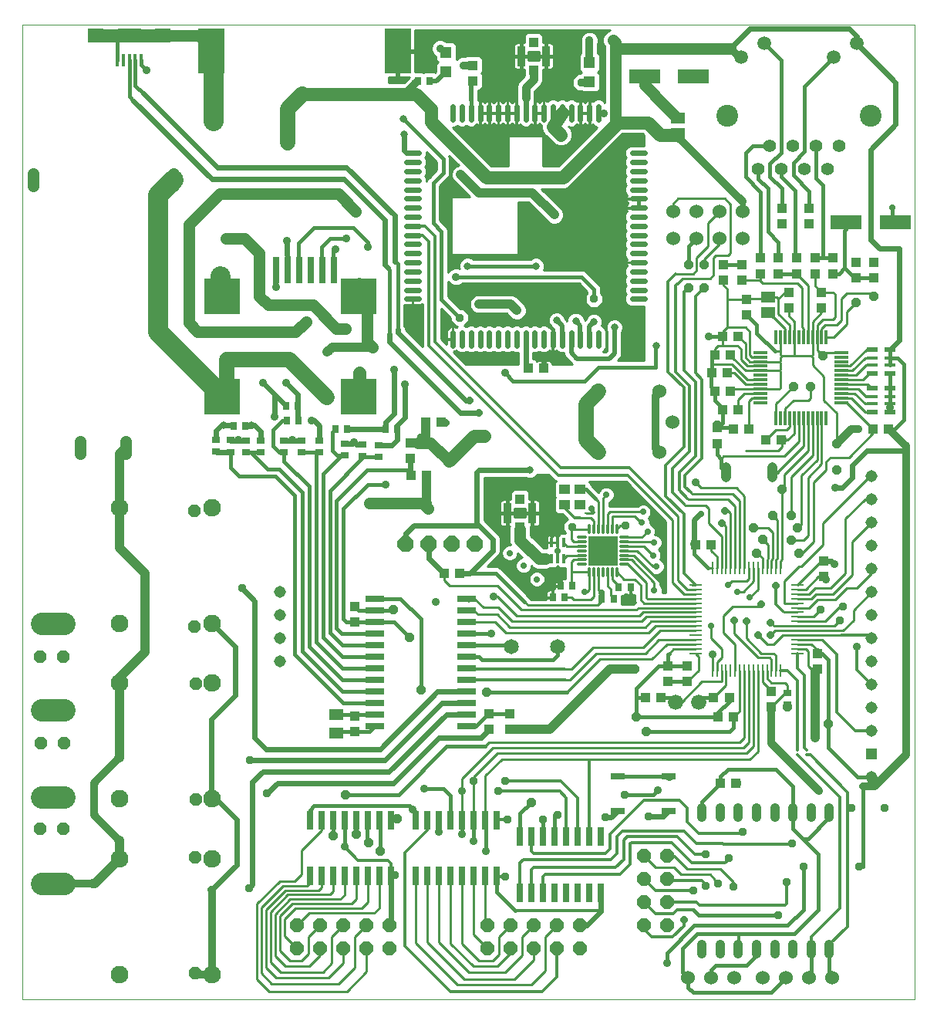
<source format=gtl>
G75*
G70*
%OFA0B0*%
%FSLAX24Y24*%
%IPPOS*%
%LPD*%
%AMOC8*
5,1,8,0,0,1.08239X$1,22.5*
%
%ADD10C,0.0004*%
%ADD11R,0.0394X0.0433*%
%ADD12R,0.0433X0.0394*%
%ADD13R,0.0354X0.0276*%
%ADD14R,0.0630X0.0512*%
%ADD15R,0.1378X0.0630*%
%ADD16C,0.0594*%
%ADD17C,0.0945*%
%ADD18C,0.0554*%
%ADD19C,0.0236*%
%ADD20R,0.0260X0.0800*%
%ADD21R,0.0800X0.0260*%
%ADD22R,0.0472X0.0472*%
%ADD23C,0.0440*%
%ADD24R,0.0276X0.0354*%
%ADD25R,0.0110X0.0580*%
%ADD26R,0.0580X0.0110*%
%ADD27R,0.0118X0.0591*%
%ADD28R,0.0591X0.0118*%
%ADD29C,0.0650*%
%ADD30C,0.0600*%
%ADD31OC8,0.0600*%
%ADD32R,0.0591X0.0512*%
%ADD33R,0.0600X0.0300*%
%ADD34C,0.0660*%
%ADD35C,0.0397*%
%ADD36R,0.0169X0.0110*%
%ADD37R,0.0335X0.0866*%
%ADD38R,0.0394X0.0413*%
%ADD39R,0.0295X0.1181*%
%ADD40R,0.1181X0.1969*%
%ADD41C,0.0760*%
%ADD42OC8,0.0520*%
%ADD43C,0.0974*%
%ADD44C,0.0515*%
%ADD45R,0.0515X0.0515*%
%ADD46R,0.0453X0.0173*%
%ADD47R,0.0453X0.0248*%
%ADD48C,0.0118*%
%ADD49R,0.1280X0.1280*%
%ADD50R,0.0472X0.0394*%
%ADD51R,0.0138X0.0098*%
%ADD52R,0.0098X0.0138*%
%ADD53R,0.0138X0.0394*%
%ADD54R,0.0157X0.0551*%
%ADD55R,0.0709X0.0591*%
%ADD56R,0.0984X0.0591*%
%ADD57C,0.0515*%
%ADD58R,0.1575X0.1575*%
%ADD59OC8,0.0700*%
%ADD60C,0.0100*%
%ADD61OC8,0.0396*%
%ADD62C,0.0160*%
%ADD63C,0.0320*%
%ADD64C,0.0357*%
%ADD65C,0.0400*%
%ADD66C,0.0500*%
%ADD67C,0.0396*%
%ADD68C,0.0120*%
%ADD69OC8,0.0317*%
%ADD70OC8,0.0357*%
%ADD71C,0.0560*%
%ADD72C,0.0278*%
%ADD73C,0.0240*%
%ADD74C,0.0317*%
%ADD75C,0.0860*%
%ADD76OC8,0.0278*%
%ADD77C,0.0660*%
%ADD78C,0.0197*%
%ADD79C,0.0366*%
%ADD80C,0.0039*%
D10*
X002971Y001207D02*
X041554Y001207D01*
X041554Y043333D01*
X002971Y043333D01*
X002971Y001207D01*
D11*
X017341Y012782D03*
X017341Y013452D03*
X017341Y017507D03*
X017341Y018176D03*
X021190Y019613D03*
X021859Y019613D03*
X019753Y024593D03*
X019753Y025263D03*
X023148Y013550D03*
X023148Y012881D03*
X024034Y012881D03*
X024034Y013550D03*
X030875Y014948D03*
X030875Y015617D03*
X031711Y015617D03*
X031711Y014948D03*
X035353Y014534D03*
X035353Y013865D03*
X037322Y015489D03*
X037322Y016158D03*
X037617Y019475D03*
X037617Y020144D03*
X032991Y025233D03*
X032991Y025902D03*
X033690Y025863D03*
X034359Y025863D03*
X034270Y030794D03*
X034270Y031463D03*
X033286Y032270D03*
X033286Y032940D03*
X034861Y033235D03*
X034861Y032566D03*
X035648Y032566D03*
X035648Y033235D03*
X036091Y031759D03*
X036091Y031089D03*
X037519Y031089D03*
X037519Y031759D03*
X037223Y032566D03*
X037223Y033235D03*
X039743Y025863D03*
X040412Y025863D03*
D12*
X035786Y025371D03*
X035117Y025371D03*
X033916Y026700D03*
X033247Y026700D03*
X033572Y027487D03*
X032902Y027487D03*
X032755Y028274D03*
X033424Y028274D03*
X033572Y029062D03*
X032902Y029062D03*
X033247Y029849D03*
X033916Y029849D03*
X034074Y032270D03*
X034074Y032940D03*
X035796Y034731D03*
X035796Y035400D03*
X036977Y035400D03*
X036977Y034731D03*
X036436Y033235D03*
X036436Y032566D03*
X038011Y032566D03*
X038011Y033235D03*
X038995Y033038D03*
X038995Y032369D03*
X039782Y032369D03*
X039782Y033038D03*
X032735Y020843D03*
X032066Y020843D03*
X032853Y014249D03*
X033522Y014249D03*
X033719Y013412D03*
X033050Y013412D03*
X030570Y014249D03*
X029900Y014249D03*
X033148Y010558D03*
X033818Y010558D03*
X020432Y023845D03*
X019763Y023845D03*
X020402Y026158D03*
X021072Y026158D03*
X024831Y028471D03*
X025501Y028471D03*
X022440Y040893D03*
X022440Y041562D03*
D13*
X016918Y025233D03*
X016918Y024721D03*
X017666Y024682D03*
X017666Y025194D03*
X018385Y025154D03*
X018385Y024643D03*
X015816Y024839D03*
X015816Y025351D03*
X015048Y025351D03*
X015048Y024839D03*
X014280Y024839D03*
X014280Y025351D03*
X013286Y025361D03*
X013286Y024849D03*
X012627Y024849D03*
X012627Y025361D03*
X011967Y025371D03*
X011967Y024859D03*
X011347Y024874D03*
X011347Y025386D03*
X036042Y014456D03*
X036042Y013944D03*
D14*
X016554Y013511D03*
X016554Y012723D03*
D15*
X038572Y034770D03*
X040698Y034770D03*
X031987Y041070D03*
X029861Y041070D03*
D16*
X034044Y041908D03*
X035044Y042507D03*
X038024Y041908D03*
X039024Y042507D03*
D17*
X039635Y039377D03*
X033434Y039377D03*
D18*
X035284Y038078D03*
X036284Y038078D03*
X037284Y038078D03*
X038284Y038078D03*
X037784Y037078D03*
X036784Y037078D03*
X035784Y037078D03*
X034784Y037078D03*
D19*
X029880Y036985D02*
X029330Y036985D01*
X029330Y036591D02*
X029880Y036591D01*
X029880Y036198D02*
X029330Y036198D01*
X029330Y035804D02*
X029880Y035804D01*
X029880Y035410D02*
X029330Y035410D01*
X029330Y035017D02*
X029880Y035017D01*
X029880Y034623D02*
X029330Y034623D01*
X029330Y034229D02*
X029880Y034229D01*
X029880Y033835D02*
X029330Y033835D01*
X029330Y033442D02*
X029880Y033442D01*
X029880Y033048D02*
X029330Y033048D01*
X029330Y032654D02*
X029880Y032654D01*
X029880Y032261D02*
X029330Y032261D01*
X029330Y031867D02*
X029880Y031867D01*
X029880Y031473D02*
X029330Y031473D01*
X027873Y030016D02*
X027873Y029466D01*
X027479Y029466D02*
X027479Y030016D01*
X027085Y030016D02*
X027085Y029466D01*
X026692Y029466D02*
X026692Y030016D01*
X026298Y030016D02*
X026298Y029466D01*
X025904Y029466D02*
X025904Y030016D01*
X025511Y030016D02*
X025511Y029466D01*
X025117Y029466D02*
X025117Y030016D01*
X024723Y030016D02*
X024723Y029466D01*
X024330Y029466D02*
X024330Y030016D01*
X023936Y030016D02*
X023936Y029466D01*
X023542Y029466D02*
X023542Y030016D01*
X023148Y030016D02*
X023148Y029466D01*
X022755Y029466D02*
X022755Y030016D01*
X022361Y030016D02*
X022361Y029466D01*
X021967Y029466D02*
X021967Y030016D01*
X021574Y030016D02*
X021574Y029466D01*
X020116Y031473D02*
X019566Y031473D01*
X019566Y031867D02*
X020116Y031867D01*
X020116Y032261D02*
X019566Y032261D01*
X019566Y032654D02*
X020116Y032654D01*
X020116Y033048D02*
X019566Y033048D01*
X019566Y033442D02*
X020116Y033442D01*
X020116Y033835D02*
X019566Y033835D01*
X019566Y034229D02*
X020116Y034229D01*
X020116Y034623D02*
X019566Y034623D01*
X019566Y035017D02*
X020116Y035017D01*
X020116Y035410D02*
X019566Y035410D01*
X019566Y035804D02*
X020116Y035804D01*
X020116Y036198D02*
X019566Y036198D01*
X019566Y036591D02*
X020116Y036591D01*
X020116Y036985D02*
X019566Y036985D01*
X019566Y037379D02*
X020116Y037379D01*
X020116Y037772D02*
X019566Y037772D01*
X021574Y039230D02*
X021574Y039780D01*
X021967Y039780D02*
X021967Y039230D01*
X022361Y039230D02*
X022361Y039780D01*
X022755Y039780D02*
X022755Y039230D01*
X023148Y039230D02*
X023148Y039780D01*
X023542Y039780D02*
X023542Y039230D01*
X023936Y039230D02*
X023936Y039780D01*
X024330Y039780D02*
X024330Y039230D01*
X024723Y039230D02*
X024723Y039780D01*
X025117Y039780D02*
X025117Y039230D01*
X025511Y039230D02*
X025511Y039780D01*
X025904Y039780D02*
X025904Y039230D01*
X026298Y039230D02*
X026298Y039780D01*
X026692Y039780D02*
X026692Y039230D01*
X027085Y039230D02*
X027085Y039780D01*
X027479Y039780D02*
X027479Y039230D01*
X027873Y039230D02*
X027873Y039780D01*
X029330Y037772D02*
X029880Y037772D01*
X029880Y037379D02*
X029330Y037379D01*
D20*
X023471Y008963D03*
X022971Y008963D03*
X022471Y008963D03*
X021971Y008963D03*
X021471Y008963D03*
X020971Y008963D03*
X020471Y008963D03*
X019971Y008963D03*
X018894Y008963D03*
X018394Y008963D03*
X017894Y008963D03*
X017394Y008963D03*
X016894Y008963D03*
X016394Y008963D03*
X015894Y008963D03*
X015394Y008963D03*
X015394Y006543D03*
X015894Y006543D03*
X016394Y006543D03*
X016894Y006543D03*
X017394Y006543D03*
X017894Y006543D03*
X018394Y006543D03*
X018894Y006543D03*
X019971Y006543D03*
X020471Y006543D03*
X020971Y006543D03*
X021471Y006543D03*
X021971Y006543D03*
X022471Y006543D03*
X022971Y006543D03*
X023471Y006543D03*
X024485Y005830D03*
X024985Y005830D03*
X025485Y005830D03*
X025985Y005830D03*
X026485Y005830D03*
X026985Y005830D03*
X027485Y005830D03*
X027985Y005830D03*
X027985Y008250D03*
X027485Y008250D03*
X026985Y008250D03*
X026485Y008250D03*
X025985Y008250D03*
X025485Y008250D03*
X024985Y008250D03*
X024485Y008250D03*
D21*
X022176Y013024D03*
X022176Y013524D03*
X022176Y014024D03*
X022176Y014524D03*
X022176Y015024D03*
X022176Y015524D03*
X022176Y016024D03*
X022176Y016524D03*
X022176Y017024D03*
X022176Y017524D03*
X022176Y018024D03*
X022176Y018524D03*
X018216Y018524D03*
X018216Y018024D03*
X018216Y017524D03*
X018216Y017024D03*
X018216Y016524D03*
X018216Y016024D03*
X018216Y015524D03*
X018216Y015024D03*
X018216Y014524D03*
X018216Y014024D03*
X018216Y013524D03*
X018216Y013024D03*
D22*
X027479Y040853D03*
X027479Y041680D03*
X021278Y041296D03*
X021278Y042123D03*
D23*
X033369Y024213D02*
X033369Y023773D01*
X035369Y023773D02*
X035369Y024213D01*
D24*
X029261Y019022D03*
X028749Y019022D03*
X028522Y018530D03*
X028011Y018530D03*
X026751Y019072D03*
X026239Y019072D03*
X026406Y018580D03*
X025894Y018580D03*
X019172Y025863D03*
X018660Y025863D03*
X017007Y025863D03*
X016495Y025863D03*
X014900Y026227D03*
X014389Y026227D03*
X014369Y026857D03*
X014881Y026857D03*
X012617Y025976D03*
X012105Y025976D03*
X020058Y040883D03*
X020570Y040883D03*
D25*
X032790Y019854D03*
X032990Y019854D03*
X033190Y019854D03*
X033380Y019854D03*
X033580Y019854D03*
X033780Y019854D03*
X033970Y019854D03*
X034170Y019854D03*
X034370Y019854D03*
X034570Y019854D03*
X034760Y019854D03*
X034960Y019854D03*
X035160Y019854D03*
X035350Y019854D03*
X035550Y019854D03*
X035750Y019854D03*
X035750Y015434D03*
X035550Y015434D03*
X035350Y015434D03*
X035160Y015434D03*
X034960Y015434D03*
X034760Y015434D03*
X034570Y015434D03*
X034370Y015434D03*
X034170Y015434D03*
X033970Y015434D03*
X033780Y015434D03*
X033580Y015434D03*
X033380Y015434D03*
X033190Y015434D03*
X032990Y015434D03*
X032790Y015434D03*
D26*
X032060Y016164D03*
X032060Y016364D03*
X032060Y016564D03*
X032060Y016754D03*
X032060Y016954D03*
X032060Y017154D03*
X032060Y017344D03*
X032060Y017544D03*
X032060Y017744D03*
X032060Y017944D03*
X032060Y018134D03*
X032060Y018334D03*
X032060Y018534D03*
X032060Y018724D03*
X032060Y018924D03*
X032060Y019124D03*
X036480Y019124D03*
X036480Y018924D03*
X036480Y018724D03*
X036480Y018534D03*
X036480Y018334D03*
X036480Y018134D03*
X036480Y017944D03*
X036480Y017744D03*
X036480Y017544D03*
X036480Y017344D03*
X036480Y017154D03*
X036480Y016954D03*
X036480Y016754D03*
X036480Y016564D03*
X036480Y016364D03*
X036480Y016164D03*
D27*
X036534Y026326D03*
X036337Y026326D03*
X036141Y026326D03*
X035944Y026326D03*
X035747Y026326D03*
X035550Y026326D03*
X036731Y026326D03*
X036928Y026326D03*
X037125Y026326D03*
X037322Y026326D03*
X037519Y026326D03*
X037715Y026326D03*
X037715Y029830D03*
X037519Y029830D03*
X037322Y029830D03*
X037125Y029830D03*
X036928Y029830D03*
X036731Y029830D03*
X036534Y029830D03*
X036337Y029830D03*
X036141Y029830D03*
X035944Y029830D03*
X035747Y029830D03*
X035550Y029830D03*
D28*
X034881Y029160D03*
X034881Y028963D03*
X034881Y028767D03*
X034881Y028570D03*
X034881Y028373D03*
X034881Y028176D03*
X034881Y027979D03*
X034881Y027782D03*
X034881Y027585D03*
X034881Y027389D03*
X034881Y027192D03*
X034881Y026995D03*
X038385Y026995D03*
X038385Y027192D03*
X038385Y027389D03*
X038385Y027585D03*
X038385Y027782D03*
X038385Y027979D03*
X038385Y028176D03*
X038385Y028373D03*
X038385Y028570D03*
X038385Y028767D03*
X038385Y028963D03*
X038385Y029160D03*
D29*
X026117Y016463D03*
X024117Y016463D03*
D30*
X027883Y024839D03*
X027331Y026158D03*
X027883Y027477D03*
X030520Y027477D03*
X031072Y026158D03*
X030520Y024839D03*
X031097Y034081D03*
X032097Y034081D03*
X033097Y034081D03*
X033097Y035263D03*
X032097Y035263D03*
X031097Y035263D03*
X034097Y035263D03*
X034097Y034081D03*
X033745Y002143D03*
X032745Y002143D03*
X031745Y002143D03*
X034985Y002143D03*
X035985Y002143D03*
X036985Y002143D03*
X037985Y002143D03*
D31*
X030824Y004432D03*
X030824Y005432D03*
X029824Y005432D03*
X029824Y004432D03*
X029824Y006432D03*
X030824Y006432D03*
X030824Y007432D03*
X029824Y007432D03*
X027068Y004424D03*
X027068Y003424D03*
X026068Y003424D03*
X026068Y004424D03*
X025068Y004424D03*
X025068Y003424D03*
X024068Y003424D03*
X024068Y004424D03*
X023068Y004424D03*
X023068Y003424D03*
X018849Y003424D03*
X017849Y003424D03*
X016849Y003424D03*
X016849Y004424D03*
X017849Y004424D03*
X018849Y004424D03*
X015849Y004424D03*
X014849Y004424D03*
X014849Y003424D03*
X015849Y003424D03*
D32*
X035206Y030893D03*
X035206Y031562D03*
X031318Y038619D03*
X031318Y039288D03*
D33*
X030892Y010865D03*
X030892Y009365D03*
X028692Y009365D03*
X028692Y010865D03*
D34*
X031211Y014052D03*
X032211Y014052D03*
D35*
X032341Y009478D02*
X032341Y009081D01*
X033129Y009081D02*
X033129Y009478D01*
X033916Y009478D02*
X033916Y009081D01*
X034704Y009081D02*
X034704Y009478D01*
X035491Y009478D02*
X035491Y009081D01*
X036278Y009081D02*
X036278Y009478D01*
X037066Y009478D02*
X037066Y009081D01*
X037853Y009081D02*
X037853Y009478D01*
X037853Y003570D02*
X037853Y003173D01*
X037066Y003173D02*
X037066Y003570D01*
X036278Y003570D02*
X036278Y003173D01*
X035491Y003173D02*
X035491Y003570D01*
X034704Y003570D02*
X034704Y003173D01*
X033916Y003173D02*
X033916Y003570D01*
X033129Y003570D02*
X033129Y003173D01*
X032341Y003173D02*
X032341Y003570D01*
D36*
X036485Y011786D03*
X036485Y011987D03*
X036879Y011987D03*
X036879Y011786D03*
D37*
X025019Y022221D03*
X023936Y022221D03*
X024526Y041956D03*
X025609Y041956D03*
D38*
X025068Y042556D03*
X025068Y041355D03*
X024477Y022822D03*
X024477Y021621D03*
D39*
X016424Y032721D03*
X015924Y032721D03*
X015424Y032721D03*
X014924Y032721D03*
X014424Y032721D03*
X013924Y032721D03*
D40*
X011144Y042182D03*
X019196Y042182D03*
D41*
X011172Y022457D03*
X007172Y022457D03*
X007172Y017457D03*
X007172Y014879D03*
X011172Y014879D03*
X011172Y017457D03*
X011172Y009879D03*
X011172Y007300D03*
X007172Y007300D03*
X007172Y009879D03*
X007172Y002300D03*
X011172Y002300D03*
D42*
X010452Y002349D03*
X010452Y007349D03*
X010456Y009844D03*
X010456Y014844D03*
X010417Y017320D03*
X010417Y022320D03*
X004751Y016020D03*
X003751Y016020D03*
X003761Y012300D03*
X004761Y012300D03*
X004751Y008589D03*
X003751Y008589D03*
D43*
X003813Y009967D02*
X004787Y009967D01*
X004787Y006227D02*
X003813Y006227D01*
X003813Y013707D02*
X004787Y013707D01*
X004787Y017448D02*
X003813Y017448D01*
D44*
X014107Y017812D03*
X014107Y016812D03*
X014107Y015812D03*
X014107Y018812D03*
X039680Y018812D03*
X039680Y019812D03*
X039680Y020812D03*
X039680Y021812D03*
X039680Y022812D03*
X039680Y023812D03*
X039680Y017812D03*
X039680Y016812D03*
X039680Y015812D03*
X039680Y014812D03*
X039680Y013812D03*
X039680Y012812D03*
X039680Y010812D03*
D45*
X039680Y011812D03*
D46*
X039694Y026936D03*
X039694Y027251D03*
X040461Y027251D03*
X040461Y026936D03*
X040461Y028609D03*
X040461Y028924D03*
X039694Y028924D03*
X039694Y028609D03*
D47*
X039694Y028257D03*
X039694Y027603D03*
X040461Y027603D03*
X040461Y028257D03*
X040461Y029276D03*
X039694Y029276D03*
X039694Y026583D03*
X040461Y026583D03*
D48*
X029142Y021188D02*
X028848Y021188D01*
X028848Y020991D02*
X029142Y020991D01*
X029142Y020794D02*
X028848Y020794D01*
X028848Y020597D02*
X029142Y020597D01*
X029142Y020400D02*
X028848Y020400D01*
X028848Y020204D02*
X029142Y020204D01*
X029142Y020007D02*
X028848Y020007D01*
X028660Y019819D02*
X028660Y019525D01*
X028463Y019525D02*
X028463Y019819D01*
X028267Y019819D02*
X028267Y019525D01*
X028070Y019525D02*
X028070Y019819D01*
X027873Y019819D02*
X027873Y019525D01*
X027676Y019525D02*
X027676Y019819D01*
X027479Y019819D02*
X027479Y019525D01*
X027291Y020007D02*
X026997Y020007D01*
X026997Y020204D02*
X027291Y020204D01*
X027291Y020400D02*
X026997Y020400D01*
X026997Y020597D02*
X027291Y020597D01*
X027291Y020794D02*
X026997Y020794D01*
X026997Y020991D02*
X027291Y020991D01*
X027291Y021188D02*
X026997Y021188D01*
X027479Y021375D02*
X027479Y021669D01*
X027676Y021669D02*
X027676Y021375D01*
X027873Y021375D02*
X027873Y021669D01*
X028070Y021669D02*
X028070Y021375D01*
X028267Y021375D02*
X028267Y021669D01*
X028463Y021669D02*
X028463Y021375D01*
X028660Y021375D02*
X028660Y021669D01*
D49*
X028070Y020597D03*
D50*
X027076Y022576D03*
X027076Y023245D03*
X026406Y023245D03*
X026406Y022576D03*
D51*
X027331Y022221D03*
X027331Y022024D03*
D52*
X027676Y022270D03*
X027873Y022270D03*
D53*
X026357Y020952D03*
X026101Y020952D03*
X025845Y020952D03*
X025845Y020243D03*
X026101Y020243D03*
X026357Y020243D03*
D54*
X008109Y041778D03*
X007853Y041778D03*
X007597Y041778D03*
X007341Y041778D03*
X007085Y041778D03*
D55*
X006141Y042841D03*
X009054Y042841D03*
D56*
X007597Y042841D03*
D57*
X009497Y036878D02*
X009497Y036363D01*
X003434Y036363D02*
X003434Y036878D01*
X005481Y025304D02*
X005481Y024789D01*
X007450Y024789D02*
X007450Y025304D01*
D58*
X011613Y027241D03*
X011613Y031572D03*
X017519Y031572D03*
X017519Y027241D03*
D59*
X019542Y020895D03*
X020542Y020895D03*
X021542Y020895D03*
X022542Y020895D03*
D60*
X023255Y021597D02*
X024017Y021597D01*
X024017Y021624D02*
X024017Y021124D01*
X024015Y021118D01*
X024017Y021033D01*
X024017Y020949D01*
X024020Y020942D01*
X024020Y020935D01*
X024055Y020858D01*
X024059Y020848D01*
X023965Y020848D01*
X023837Y020795D01*
X023738Y020697D01*
X023685Y020568D01*
X023685Y020429D01*
X023738Y020301D01*
X023837Y020203D01*
X023965Y020150D01*
X024104Y020150D01*
X024232Y020203D01*
X024330Y020301D01*
X024383Y020429D01*
X024383Y020497D01*
X024585Y020307D01*
X024555Y020307D01*
X024427Y020253D01*
X024329Y020155D01*
X024276Y020027D01*
X024276Y019888D01*
X024329Y019760D01*
X024427Y019662D01*
X024555Y019608D01*
X024694Y019608D01*
X024823Y019662D01*
X024921Y019760D01*
X024974Y019888D01*
X024974Y019941D01*
X024993Y019923D01*
X025053Y019863D01*
X025060Y019860D01*
X025065Y019855D01*
X025144Y019825D01*
X025222Y019793D01*
X025230Y019793D01*
X025236Y019790D01*
X025321Y019793D01*
X025651Y019793D01*
X025756Y019836D01*
X026001Y019836D01*
X026061Y019896D01*
X026101Y019896D01*
X026101Y019936D01*
X026101Y019936D01*
X026101Y019936D01*
X026101Y019896D01*
X026141Y019896D01*
X026201Y019836D01*
X026432Y019836D01*
X026432Y019389D01*
X026397Y019399D01*
X026258Y019399D01*
X026258Y019091D01*
X026220Y019091D01*
X026220Y019399D01*
X026081Y019399D01*
X026043Y019389D01*
X026009Y019369D01*
X025981Y019341D01*
X025961Y019307D01*
X025951Y019269D01*
X025951Y019091D01*
X026220Y019091D01*
X026220Y019053D01*
X025951Y019053D01*
X025951Y018907D01*
X025913Y018907D01*
X025913Y018598D01*
X025876Y018598D01*
X025876Y018561D01*
X025607Y018561D01*
X025607Y018495D01*
X024941Y018495D01*
X024920Y018547D01*
X023690Y019777D01*
X023608Y019859D01*
X023501Y019903D01*
X023068Y019903D01*
X023576Y020410D01*
X023626Y020532D01*
X023626Y021155D01*
X023576Y021276D01*
X023483Y021369D01*
X022937Y021915D01*
X022937Y023761D01*
X024753Y023761D01*
X024847Y023723D01*
X024993Y023723D01*
X025129Y023779D01*
X025233Y023882D01*
X025238Y023894D01*
X025719Y023894D01*
X025997Y023616D01*
X026033Y023602D01*
X025960Y023529D01*
X025960Y022961D01*
X026011Y022910D01*
X025960Y022859D01*
X025960Y022292D01*
X026083Y022169D01*
X026313Y022169D01*
X026521Y021961D01*
X026353Y021792D01*
X026353Y021470D01*
X026432Y021391D01*
X026432Y021358D01*
X026201Y021358D01*
X026141Y021298D01*
X026101Y021298D01*
X026013Y021298D01*
X025974Y021288D01*
X025973Y021288D01*
X025972Y021288D01*
X025934Y021298D01*
X025845Y021298D01*
X025757Y021298D01*
X025718Y021288D01*
X025684Y021268D01*
X025656Y021241D01*
X025637Y021206D01*
X025626Y021168D01*
X025626Y020952D01*
X025845Y020952D01*
X025845Y021298D01*
X025845Y020952D01*
X025845Y020952D01*
X025845Y020952D01*
X025626Y020952D01*
X025626Y020735D01*
X025632Y020713D01*
X025496Y020713D01*
X024937Y021239D01*
X024937Y021624D01*
X024931Y021638D01*
X024985Y021638D01*
X024985Y022188D01*
X023969Y022188D01*
X023969Y021638D01*
X024023Y021638D01*
X024017Y021624D01*
X023969Y021696D02*
X023902Y021696D01*
X023902Y021638D02*
X023902Y022188D01*
X022937Y022188D01*
X022937Y022090D02*
X023619Y022090D01*
X023619Y022188D02*
X023619Y021768D01*
X023629Y021730D01*
X023648Y021696D01*
X023676Y021668D01*
X023711Y021648D01*
X023749Y021638D01*
X023902Y021638D01*
X023902Y021794D02*
X023969Y021794D01*
X023969Y021893D02*
X023902Y021893D01*
X023902Y021991D02*
X023969Y021991D01*
X023969Y022090D02*
X023902Y022090D01*
X023902Y022188D02*
X023969Y022188D01*
X023969Y022255D01*
X023902Y022255D01*
X023902Y022188D01*
X023619Y022188D01*
X023619Y022255D02*
X023902Y022255D01*
X023902Y022804D01*
X023749Y022804D01*
X023711Y022794D01*
X023676Y022774D01*
X023648Y022746D01*
X023629Y022712D01*
X023619Y022674D01*
X023619Y022255D01*
X023619Y022287D02*
X022937Y022287D01*
X022937Y022385D02*
X023619Y022385D01*
X023619Y022484D02*
X022937Y022484D01*
X022937Y022582D02*
X023619Y022582D01*
X023620Y022681D02*
X022937Y022681D01*
X022937Y022779D02*
X023684Y022779D01*
X023902Y022779D02*
X023969Y022779D01*
X023969Y022804D02*
X023969Y022255D01*
X024253Y022255D01*
X024253Y022405D01*
X024701Y022405D01*
X024701Y022255D01*
X024985Y022255D01*
X024985Y022804D01*
X024884Y022804D01*
X024884Y023115D01*
X024761Y023238D01*
X024193Y023238D01*
X024070Y023115D01*
X024070Y022804D01*
X023969Y022804D01*
X023969Y022681D02*
X023902Y022681D01*
X023902Y022582D02*
X023969Y022582D01*
X023969Y022484D02*
X023902Y022484D01*
X023902Y022385D02*
X023969Y022385D01*
X023969Y022287D02*
X023902Y022287D01*
X023969Y022188D02*
X024253Y022188D01*
X024253Y022038D01*
X024701Y022038D01*
X024701Y022188D01*
X024985Y022188D01*
X024985Y022255D01*
X025052Y022255D01*
X025052Y022804D01*
X025206Y022804D01*
X025244Y022794D01*
X025278Y022774D01*
X025306Y022746D01*
X025326Y022712D01*
X025336Y022674D01*
X025336Y022255D01*
X025052Y022255D01*
X025052Y022188D01*
X026064Y022188D01*
X025965Y022287D02*
X025336Y022287D01*
X025336Y022385D02*
X025960Y022385D01*
X025960Y022484D02*
X025336Y022484D01*
X025336Y022582D02*
X025960Y022582D01*
X025960Y022681D02*
X025334Y022681D01*
X025270Y022779D02*
X025960Y022779D01*
X025978Y022878D02*
X024884Y022878D01*
X024884Y022976D02*
X025960Y022976D01*
X025960Y023075D02*
X024884Y023075D01*
X024826Y023173D02*
X025960Y023173D01*
X025960Y023272D02*
X022937Y023272D01*
X022937Y023370D02*
X025960Y023370D01*
X025960Y023469D02*
X022937Y023469D01*
X022937Y023567D02*
X025998Y023567D01*
X025948Y023666D02*
X022937Y023666D01*
X022937Y023173D02*
X024128Y023173D01*
X024070Y023075D02*
X022937Y023075D01*
X022937Y022976D02*
X024070Y022976D01*
X024070Y022878D02*
X022937Y022878D01*
X022937Y021991D02*
X023619Y021991D01*
X023619Y021893D02*
X022960Y021893D01*
X023058Y021794D02*
X023619Y021794D01*
X023649Y021696D02*
X023157Y021696D01*
X023354Y021499D02*
X024017Y021499D01*
X024017Y021400D02*
X023452Y021400D01*
X023551Y021302D02*
X024017Y021302D01*
X024017Y021203D02*
X023606Y021203D01*
X023626Y021105D02*
X024015Y021105D01*
X024017Y021006D02*
X023626Y021006D01*
X023626Y020908D02*
X024032Y020908D01*
X023871Y020809D02*
X023626Y020809D01*
X023626Y020711D02*
X023752Y020711D01*
X023703Y020612D02*
X023626Y020612D01*
X023619Y020514D02*
X023685Y020514D01*
X023691Y020415D02*
X023578Y020415D01*
X023482Y020317D02*
X023732Y020317D01*
X023821Y020218D02*
X023384Y020218D01*
X023285Y020120D02*
X024314Y020120D01*
X024276Y020021D02*
X023187Y020021D01*
X023088Y019923D02*
X024276Y019923D01*
X024302Y019824D02*
X023643Y019824D01*
X023741Y019726D02*
X024363Y019726D01*
X024510Y019627D02*
X023840Y019627D01*
X023938Y019529D02*
X024904Y019529D01*
X024919Y019565D02*
X024866Y019436D01*
X024866Y019297D01*
X024919Y019169D01*
X025018Y019071D01*
X025146Y019018D01*
X025285Y019018D01*
X025413Y019071D01*
X025511Y019169D01*
X025564Y019297D01*
X025564Y019436D01*
X025511Y019565D01*
X025413Y019663D01*
X025285Y019716D01*
X025146Y019716D01*
X025018Y019663D01*
X024919Y019565D01*
X024982Y019627D02*
X024739Y019627D01*
X024886Y019726D02*
X026432Y019726D01*
X026432Y019824D02*
X025727Y019824D01*
X025449Y019627D02*
X026432Y019627D01*
X026432Y019529D02*
X025526Y019529D01*
X025564Y019430D02*
X026432Y019430D01*
X026258Y019332D02*
X026220Y019332D01*
X026220Y019233D02*
X026258Y019233D01*
X026258Y019135D02*
X026220Y019135D01*
X025951Y019135D02*
X025477Y019135D01*
X025538Y019233D02*
X025951Y019233D01*
X025976Y019332D02*
X025564Y019332D01*
X025329Y019036D02*
X025951Y019036D01*
X025951Y018938D02*
X024529Y018938D01*
X024431Y019036D02*
X025102Y019036D01*
X024954Y019135D02*
X024332Y019135D01*
X024234Y019233D02*
X024893Y019233D01*
X024866Y019332D02*
X024135Y019332D01*
X024037Y019430D02*
X024866Y019430D01*
X024947Y019824D02*
X025147Y019824D01*
X024993Y019923D02*
X024974Y019923D01*
X024575Y020317D02*
X024337Y020317D01*
X024377Y020415D02*
X024470Y020415D01*
X024392Y020218D02*
X024247Y020218D01*
X025080Y021105D02*
X025626Y021105D01*
X025636Y021203D02*
X024975Y021203D01*
X024937Y021302D02*
X026144Y021302D01*
X026101Y021298D02*
X026101Y021258D01*
X026101Y021298D01*
X026101Y021258D02*
X026101Y021258D01*
X025845Y021203D02*
X025845Y021203D01*
X025845Y021105D02*
X025845Y021105D01*
X025845Y021006D02*
X025845Y021006D01*
X025845Y020952D02*
X026064Y020952D01*
X026078Y020952D01*
X026078Y020952D01*
X025845Y020952D01*
X025845Y020952D01*
X025626Y020908D02*
X025289Y020908D01*
X025185Y021006D02*
X025626Y021006D01*
X025626Y020809D02*
X025394Y020809D01*
X025560Y020253D02*
X025835Y020253D01*
X025845Y020243D01*
X026101Y020243D02*
X026101Y020952D01*
X026357Y020952D02*
X026515Y020794D01*
X027144Y020794D01*
X027144Y020991D02*
X026790Y020991D01*
X026692Y021089D01*
X026692Y021532D01*
X026702Y021522D01*
X026741Y021522D01*
X026741Y021631D01*
X026741Y021522D02*
X027479Y021522D01*
X027676Y021522D02*
X027676Y021877D01*
X027528Y022024D01*
X027331Y022024D01*
X027085Y022024D01*
X027331Y022221D02*
X027578Y022221D01*
X027578Y022418D01*
X027676Y022270D02*
X027627Y022221D01*
X027331Y022221D01*
X027873Y022270D02*
X027873Y022713D01*
X027725Y022861D01*
X027883Y023113D02*
X027587Y023409D01*
X027522Y023475D01*
X027522Y023529D01*
X027475Y023575D01*
X029055Y023575D01*
X030776Y021854D01*
X030776Y018794D01*
X030629Y018794D01*
X030633Y018805D01*
X030633Y018944D01*
X030580Y019073D01*
X030544Y019108D01*
X030544Y019271D01*
X030505Y019367D01*
X030311Y019560D01*
X030313Y019559D01*
X030452Y019559D01*
X030580Y019612D01*
X030679Y019711D01*
X030732Y019839D01*
X030732Y019978D01*
X030679Y020106D01*
X030580Y020204D01*
X030539Y020221D01*
X030584Y020331D01*
X030584Y020470D01*
X030531Y020598D01*
X030483Y020646D01*
X030580Y020744D01*
X030633Y020872D01*
X030633Y021011D01*
X030580Y021139D01*
X030482Y021238D01*
X030354Y021291D01*
X030308Y021291D01*
X030338Y021364D01*
X030338Y021503D01*
X030285Y021632D01*
X030187Y021730D01*
X030092Y021769D01*
X030092Y021897D01*
X030039Y022024D01*
X030088Y022073D01*
X030141Y022201D01*
X030141Y022340D01*
X030088Y022468D01*
X029990Y022566D01*
X029862Y022620D01*
X029723Y022620D01*
X029594Y022566D01*
X029558Y022530D01*
X028330Y022530D01*
X028330Y022677D01*
X028415Y022713D01*
X028513Y022811D01*
X028566Y022939D01*
X028566Y023078D01*
X028513Y023206D01*
X028415Y023305D01*
X028287Y023358D01*
X028148Y023358D01*
X028020Y023305D01*
X027921Y023206D01*
X027883Y023113D01*
X027908Y023173D02*
X027823Y023173D01*
X027725Y023272D02*
X027987Y023272D01*
X028217Y023009D02*
X028070Y022861D01*
X028070Y021522D01*
X028267Y021522D02*
X028267Y022172D01*
X028365Y022270D01*
X029792Y022270D01*
X030141Y022287D02*
X030343Y022287D01*
X030245Y022385D02*
X030122Y022385D01*
X030146Y022484D02*
X030073Y022484D01*
X030048Y022582D02*
X029952Y022582D01*
X029949Y022681D02*
X028337Y022681D01*
X028330Y022582D02*
X029632Y022582D01*
X029851Y022779D02*
X028481Y022779D01*
X028541Y022878D02*
X029752Y022878D01*
X029654Y022976D02*
X028566Y022976D01*
X028566Y023075D02*
X029555Y023075D01*
X029457Y023173D02*
X028527Y023173D01*
X028448Y023272D02*
X029358Y023272D01*
X029260Y023370D02*
X027626Y023370D01*
X027528Y023469D02*
X029161Y023469D01*
X029063Y023567D02*
X027483Y023567D01*
X026505Y022605D02*
X026406Y022576D01*
X026392Y022090D02*
X025336Y022090D01*
X025336Y022188D02*
X025052Y022188D01*
X025052Y021638D01*
X025206Y021638D01*
X025244Y021648D01*
X025278Y021668D01*
X025306Y021696D01*
X025326Y021730D01*
X025336Y021768D01*
X025336Y022188D01*
X025336Y021991D02*
X026491Y021991D01*
X026453Y021893D02*
X025336Y021893D01*
X025336Y021794D02*
X026355Y021794D01*
X026353Y021696D02*
X025305Y021696D01*
X025052Y021696D02*
X024985Y021696D01*
X024985Y021794D02*
X025052Y021794D01*
X025052Y021893D02*
X024985Y021893D01*
X024985Y021991D02*
X025052Y021991D01*
X025052Y022090D02*
X024985Y022090D01*
X024985Y022188D02*
X025052Y022188D01*
X025052Y022287D02*
X024985Y022287D01*
X024985Y022385D02*
X025052Y022385D01*
X025052Y022484D02*
X024985Y022484D01*
X024985Y022582D02*
X025052Y022582D01*
X025052Y022681D02*
X024985Y022681D01*
X024985Y022779D02*
X025052Y022779D01*
X024701Y022385D02*
X024253Y022385D01*
X024253Y022287D02*
X024701Y022287D01*
X024701Y022090D02*
X024253Y022090D01*
X024937Y021597D02*
X026353Y021597D01*
X026353Y021499D02*
X024937Y021499D01*
X024937Y021400D02*
X026422Y021400D01*
X026150Y021680D02*
X026101Y021631D01*
X026101Y020645D02*
X026101Y020645D01*
X026101Y020605D01*
X026046Y020605D01*
X026061Y020590D01*
X026101Y020590D01*
X026101Y020550D01*
X026101Y020550D01*
X026101Y020550D01*
X026101Y020590D01*
X026141Y020590D01*
X026149Y020597D01*
X026141Y020605D01*
X026101Y020605D01*
X026101Y020645D01*
X026101Y020612D02*
X026101Y020612D01*
X026357Y020243D02*
X026515Y020400D01*
X027144Y020400D01*
X027144Y020204D02*
X026790Y020204D01*
X026692Y020105D01*
X026692Y019711D01*
X026731Y019672D01*
X027479Y019672D01*
X027479Y018924D01*
X027381Y018826D01*
X027282Y018826D01*
X027528Y018481D02*
X026790Y018481D01*
X026692Y018580D01*
X026406Y018580D01*
X026554Y018580D01*
X026751Y019072D02*
X026692Y019170D01*
X026692Y019711D01*
X026101Y019923D02*
X026101Y019923D01*
X025876Y018907D02*
X025737Y018907D01*
X025699Y018896D01*
X025665Y018877D01*
X025637Y018849D01*
X025617Y018815D01*
X025607Y018776D01*
X025607Y018598D01*
X025876Y018598D01*
X025876Y018907D01*
X025876Y018839D02*
X025913Y018839D01*
X025913Y018741D02*
X025876Y018741D01*
X025876Y018642D02*
X025913Y018642D01*
X025607Y018642D02*
X024825Y018642D01*
X024921Y018544D02*
X025607Y018544D01*
X025607Y018741D02*
X024726Y018741D01*
X024628Y018839D02*
X025631Y018839D01*
X024822Y018235D02*
X024674Y018383D01*
X024822Y018235D02*
X027824Y018235D01*
X028070Y018481D01*
X028020Y018776D01*
X027971Y018776D01*
X027873Y018875D01*
X027873Y019672D01*
X027676Y019672D02*
X027676Y018629D01*
X027528Y018481D01*
X028414Y018639D02*
X028522Y018530D01*
X028414Y018639D02*
X028414Y018924D01*
X028267Y019072D01*
X028267Y019672D01*
X028463Y019672D02*
X028463Y019367D01*
X028709Y019121D01*
X028749Y019022D01*
X028870Y018635D02*
X028974Y018635D01*
X029052Y018713D01*
X029065Y018705D01*
X029103Y018695D01*
X029242Y018695D01*
X029242Y019004D01*
X029280Y019004D01*
X029280Y018695D01*
X029418Y018695D01*
X029434Y018699D01*
X029434Y018429D01*
X029462Y018362D01*
X029446Y018355D01*
X029389Y018298D01*
X028870Y018298D01*
X028870Y018635D01*
X028870Y018544D02*
X029434Y018544D01*
X029434Y018642D02*
X028980Y018642D01*
X028870Y018445D02*
X029434Y018445D01*
X029437Y018347D02*
X028870Y018347D01*
X029261Y018668D02*
X029261Y019022D01*
X029242Y018938D02*
X029280Y018938D01*
X029280Y018839D02*
X029242Y018839D01*
X029242Y018741D02*
X029280Y018741D01*
X029261Y018668D02*
X029300Y018629D01*
X029694Y018481D02*
X029694Y019121D01*
X029448Y019367D01*
X028965Y019367D01*
X028660Y019672D01*
X028995Y020007D02*
X029152Y020007D01*
X029940Y019219D01*
X029940Y018580D01*
X029985Y018534D01*
X032060Y018534D01*
X032060Y018724D02*
X031566Y018724D01*
X031072Y019219D01*
X031072Y021926D01*
X029152Y023845D01*
X029300Y024091D02*
X031318Y022074D01*
X031318Y019318D01*
X031711Y018924D01*
X032060Y018924D01*
X032060Y018924D01*
X032060Y019124D02*
X031912Y019124D01*
X031908Y019121D01*
X032007Y019170D02*
X032015Y019170D01*
X032060Y019124D01*
X032060Y018334D02*
X029840Y018334D01*
X029694Y018481D01*
X029593Y018134D02*
X032060Y018134D01*
X032060Y017944D02*
X029797Y017944D01*
X029644Y017792D01*
X024330Y017792D01*
X023493Y018629D01*
X023345Y018629D01*
X023493Y019072D02*
X021426Y019072D01*
X021190Y019308D01*
X021190Y019613D01*
X022182Y018530D02*
X022176Y018524D01*
X022515Y018524D01*
X022902Y018137D01*
X023542Y018137D01*
X024133Y017546D01*
X029743Y017546D01*
X029941Y017744D01*
X032060Y017744D01*
X032060Y017544D02*
X030135Y017544D01*
X029891Y017300D01*
X024034Y017300D01*
X023493Y017841D01*
X022656Y017841D01*
X022473Y018024D01*
X022176Y018024D01*
X022189Y018038D01*
X022268Y018432D02*
X022176Y018524D01*
X022219Y018481D01*
X022196Y017544D02*
X022176Y017524D01*
X023416Y017524D01*
X023887Y017054D01*
X030038Y017054D01*
X030329Y017344D01*
X032060Y017344D01*
X032060Y017154D02*
X032058Y017152D01*
X030530Y017152D01*
X029792Y016414D01*
X027627Y016414D01*
X026692Y015479D01*
X026396Y015479D01*
X026434Y015024D02*
X026631Y015024D01*
X027774Y016168D01*
X029891Y016168D01*
X030481Y016759D01*
X030678Y016759D01*
X030682Y016754D01*
X032060Y016754D01*
X032060Y016564D02*
X032058Y016562D01*
X030826Y016562D01*
X030186Y015922D01*
X027922Y015922D01*
X026495Y014495D01*
X024034Y012881D02*
X024034Y012871D01*
X023148Y012330D02*
X022971Y012152D01*
X023148Y012330D02*
X033975Y012330D01*
X034170Y012525D01*
X034170Y015434D01*
X033970Y015434D02*
X033970Y013663D01*
X033719Y013412D01*
X032853Y014249D02*
X033380Y014776D01*
X033380Y015434D01*
X033190Y015434D02*
X033190Y014938D01*
X032351Y014938D01*
X031465Y014052D01*
X031211Y014052D01*
X031711Y014948D02*
X032198Y015434D01*
X032198Y016027D01*
X032060Y016164D01*
X032060Y016364D02*
X031120Y016364D01*
X030924Y016168D01*
X029497Y018038D02*
X029593Y018134D01*
X029497Y018038D02*
X024526Y018038D01*
X023493Y019072D01*
X025093Y023764D02*
X025850Y023764D01*
X025751Y023863D02*
X025213Y023863D01*
X027873Y022270D02*
X027873Y021522D01*
X028463Y021522D02*
X028463Y022074D01*
X029448Y022074D01*
X029694Y021828D01*
X029743Y021828D01*
X030053Y021991D02*
X030639Y021991D01*
X030737Y021893D02*
X030092Y021893D01*
X030092Y021794D02*
X030776Y021794D01*
X030776Y021696D02*
X030221Y021696D01*
X030299Y021597D02*
X030776Y021597D01*
X030776Y021499D02*
X030338Y021499D01*
X030338Y021400D02*
X030776Y021400D01*
X030776Y021302D02*
X030312Y021302D01*
X030517Y021203D02*
X030776Y021203D01*
X030776Y021105D02*
X030595Y021105D01*
X030633Y021006D02*
X030776Y021006D01*
X030776Y020908D02*
X030633Y020908D01*
X030607Y020809D02*
X030776Y020809D01*
X030776Y020711D02*
X030547Y020711D01*
X030517Y020612D02*
X030776Y020612D01*
X030776Y020514D02*
X030566Y020514D01*
X030584Y020415D02*
X030776Y020415D01*
X030776Y020317D02*
X030578Y020317D01*
X030547Y020218D02*
X030776Y020218D01*
X030776Y020120D02*
X030665Y020120D01*
X030714Y020021D02*
X030776Y020021D01*
X030776Y019923D02*
X030732Y019923D01*
X030726Y019824D02*
X030776Y019824D01*
X030776Y019726D02*
X030685Y019726D01*
X030595Y019627D02*
X030776Y019627D01*
X030776Y019529D02*
X030343Y019529D01*
X030441Y019430D02*
X030776Y019430D01*
X030776Y019332D02*
X030519Y019332D01*
X030544Y019233D02*
X030776Y019233D01*
X030776Y019135D02*
X030544Y019135D01*
X030595Y019036D02*
X030776Y019036D01*
X030727Y019072D02*
X030678Y019121D01*
X029398Y020400D01*
X028995Y020400D01*
X028995Y020204D02*
X029300Y020204D01*
X030284Y019219D01*
X030284Y018875D01*
X030633Y018839D02*
X030776Y018839D01*
X030776Y018938D02*
X030633Y018938D01*
X030383Y019908D02*
X030235Y019908D01*
X029546Y020597D01*
X028995Y020597D01*
X028995Y020794D02*
X029841Y020794D01*
X030235Y020400D01*
X030284Y020942D02*
X030235Y020991D01*
X028995Y020991D01*
X028995Y021188D02*
X029743Y021188D01*
X029989Y021434D01*
X030095Y022090D02*
X030540Y022090D01*
X030442Y022188D02*
X030136Y022188D01*
X029054Y021680D02*
X028818Y021680D01*
X028660Y021522D01*
X031564Y022615D02*
X031613Y022566D01*
X032499Y022566D01*
X032646Y022418D01*
X032646Y021778D01*
X033190Y021234D01*
X033190Y019854D01*
X033380Y019854D02*
X033380Y021635D01*
X033237Y021778D01*
X033188Y021778D01*
X033335Y022320D02*
X033483Y022320D01*
X033580Y022222D01*
X033580Y019854D01*
X033780Y019854D02*
X033780Y022514D01*
X033483Y022812D01*
X031761Y022812D01*
X031711Y022861D01*
X031908Y023058D02*
X031859Y023107D01*
X031908Y023058D02*
X033680Y023058D01*
X033970Y022767D01*
X033970Y019854D01*
X034170Y019854D02*
X034170Y022961D01*
X033828Y023304D01*
X032302Y023304D01*
X032056Y023550D01*
X033172Y024568D02*
X033286Y024682D01*
X035894Y024682D01*
X036534Y025322D01*
X036534Y026326D01*
X036337Y026326D02*
X036337Y025666D01*
X036042Y025371D01*
X035796Y025371D01*
X035796Y025361D02*
X035786Y025371D01*
X035796Y025361D02*
X035796Y025076D01*
X035648Y024928D01*
X034221Y024928D01*
X034359Y025863D02*
X034369Y026365D01*
X034369Y027044D01*
X034517Y027192D01*
X034881Y027192D01*
X034881Y027389D02*
X034172Y027389D01*
X033916Y027133D01*
X033916Y026700D01*
X033572Y027487D02*
X033670Y027585D01*
X034881Y027585D01*
X035698Y027585D01*
X035747Y027635D01*
X035747Y028324D01*
X035698Y028373D01*
X035747Y028422D01*
X035747Y028717D01*
X035698Y028767D01*
X035747Y028816D01*
X035747Y028963D01*
X035796Y029013D01*
X036288Y029013D01*
X036337Y029062D01*
X036387Y029013D01*
X037076Y029013D01*
X037125Y028963D01*
X037125Y028619D01*
X037617Y028127D01*
X037617Y027093D01*
X038158Y026552D01*
X038158Y025223D01*
X037912Y024633D02*
X037715Y024436D01*
X037715Y024091D01*
X037174Y023550D01*
X037174Y020991D01*
X036682Y020499D01*
X036534Y020499D01*
X036731Y021040D02*
X036190Y021040D01*
X036731Y021040D02*
X036928Y021237D01*
X036928Y023747D01*
X037519Y024337D01*
X037519Y026326D01*
X037322Y026326D02*
X037322Y024534D01*
X036633Y023845D01*
X036633Y021729D01*
X036485Y021581D01*
X036190Y022123D02*
X036190Y023796D01*
X037125Y024731D01*
X037125Y026326D01*
X036928Y026326D02*
X036928Y024928D01*
X035894Y023894D01*
X035894Y023353D01*
X035796Y023255D01*
X035796Y020204D01*
X035750Y020158D01*
X035750Y019854D01*
X035550Y019854D02*
X035550Y020204D01*
X035599Y020253D01*
X035599Y021926D01*
X035402Y022123D01*
X035206Y021581D02*
X035402Y021385D01*
X035402Y020253D01*
X035350Y020201D01*
X035350Y019854D01*
X035160Y019854D02*
X035160Y020208D01*
X035206Y020253D01*
X035206Y020843D01*
X034959Y021089D01*
X035206Y021581D02*
X034566Y021581D01*
X034713Y020499D02*
X034960Y020301D01*
X034960Y019854D01*
X034763Y019852D02*
X034760Y019854D01*
X034760Y018922D01*
X034418Y018580D01*
X034123Y018826D02*
X033877Y018826D01*
X034123Y018826D02*
X034570Y019273D01*
X034570Y019854D01*
X034370Y019854D02*
X034370Y019369D01*
X034270Y019269D01*
X033631Y019269D01*
X033483Y019121D01*
X032990Y019854D02*
X032990Y020352D01*
X032745Y020597D01*
X032745Y020843D01*
X032790Y019854D02*
X032602Y019854D01*
X032597Y019859D01*
X032981Y019864D02*
X032990Y019854D01*
X033680Y018186D02*
X033286Y017792D01*
X033286Y017054D01*
X033780Y016560D01*
X033780Y015434D01*
X034370Y015434D02*
X034370Y012331D01*
X034123Y012083D01*
X023296Y012083D01*
X021971Y010759D01*
X021971Y010213D01*
X021971Y008963D01*
X022471Y008963D02*
X022471Y010656D01*
X022471Y010816D01*
X023493Y011837D01*
X034270Y011837D01*
X034570Y012137D01*
X034570Y015434D01*
X034760Y015434D02*
X034760Y011934D01*
X034418Y011591D01*
X027479Y011591D01*
X027479Y011542D01*
X027479Y011591D02*
X023690Y011591D01*
X022971Y010873D01*
X022971Y008963D01*
X022971Y006543D02*
X022971Y004520D01*
X023068Y004424D01*
X022471Y004020D02*
X023068Y003424D01*
X023567Y003151D02*
X023296Y002881D01*
X022706Y002881D01*
X021971Y003615D01*
X021971Y006543D01*
X021471Y006543D02*
X021471Y003623D01*
X022459Y002635D01*
X023493Y002635D01*
X024068Y003209D01*
X024068Y003424D01*
X023567Y003151D02*
X023567Y003923D01*
X024068Y004424D01*
X024561Y003917D02*
X025068Y004424D01*
X025575Y003931D02*
X026068Y004424D01*
X025575Y003931D02*
X025575Y002453D01*
X024969Y001847D01*
X021770Y001847D01*
X019971Y003646D01*
X019971Y006543D01*
X020471Y006543D02*
X020471Y003678D01*
X022056Y002093D01*
X024231Y002093D01*
X025068Y002930D01*
X025068Y003424D01*
X024561Y003112D02*
X024561Y003917D01*
X024561Y003112D02*
X023837Y002389D01*
X022263Y002389D01*
X020971Y003680D01*
X020971Y006543D01*
X022471Y006543D02*
X022471Y004020D01*
X018394Y005164D02*
X018178Y004948D01*
X015373Y004948D01*
X014849Y004424D01*
X014310Y004672D02*
X014310Y003963D01*
X014849Y003424D01*
X015348Y003201D02*
X015028Y002881D01*
X014536Y002881D01*
X014093Y003324D01*
X014093Y004810D01*
X014625Y005341D01*
X017194Y005341D01*
X017394Y005542D01*
X017394Y006543D01*
X016894Y006543D02*
X016894Y005731D01*
X016702Y005538D01*
X014536Y005538D01*
X013896Y004898D01*
X013896Y003078D01*
X014339Y002635D01*
X015373Y002635D01*
X015849Y003111D01*
X015849Y003424D01*
X015849Y003308D01*
X015348Y003201D02*
X015348Y003923D01*
X015849Y004424D01*
X016347Y003922D02*
X016849Y004424D01*
X017346Y003921D02*
X017849Y004424D01*
X017346Y003921D02*
X017346Y002590D01*
X016652Y001896D01*
X013749Y001896D01*
X013306Y002339D01*
X013306Y005194D01*
X014241Y006129D01*
X015274Y006129D01*
X015394Y006249D01*
X015767Y005932D02*
X014339Y005932D01*
X013503Y005095D01*
X013503Y002585D01*
X013946Y002143D01*
X016209Y002143D01*
X016849Y002782D01*
X016849Y003424D01*
X016347Y003922D02*
X016347Y002772D01*
X015963Y002389D01*
X014143Y002389D01*
X013700Y002831D01*
X013700Y004997D01*
X014438Y005735D01*
X016259Y005735D01*
X016394Y005871D01*
X016394Y006543D01*
X015894Y006543D02*
X015894Y006060D01*
X015767Y005932D01*
X015028Y006621D02*
X014733Y006326D01*
X014093Y006326D01*
X013109Y005341D01*
X013109Y002093D01*
X013650Y001552D01*
X016997Y001552D01*
X017849Y002404D01*
X017849Y003424D01*
X017637Y005144D02*
X014782Y005144D01*
X014310Y004672D01*
X015028Y006621D02*
X015028Y007654D01*
X015894Y008520D01*
X015894Y008963D01*
X017894Y006543D02*
X017894Y005402D01*
X017637Y005144D01*
X018394Y005164D02*
X018394Y006543D01*
X029824Y007432D02*
X030330Y006926D01*
X031145Y006926D01*
X031451Y006621D01*
X032696Y006621D01*
X033040Y006227D01*
X033134Y006867D02*
X031716Y006867D01*
X031151Y007432D01*
X030824Y007432D01*
X033134Y006867D02*
X033705Y006296D01*
X033705Y006075D01*
X035353Y013865D02*
X035944Y014456D01*
X036042Y014456D01*
X036042Y014790D01*
X035944Y014889D01*
X035353Y014889D01*
X035160Y015081D01*
X035160Y015434D01*
X035350Y015434D02*
X035350Y015876D01*
X035255Y015971D01*
X034763Y015971D01*
X033729Y017005D01*
X033729Y017595D01*
X034270Y017546D02*
X034270Y016808D01*
X034910Y016168D01*
X035452Y016168D01*
X035550Y016070D01*
X035550Y015435D01*
X035550Y015434D01*
X034960Y015434D02*
X034960Y014927D01*
X035343Y014544D01*
X035353Y014534D01*
X035353Y014544D02*
X035343Y014544D01*
X036928Y015627D02*
X036928Y016267D01*
X036830Y016364D01*
X036480Y016364D01*
X036480Y016564D02*
X037063Y016564D01*
X037322Y016306D01*
X037568Y016709D02*
X037523Y016754D01*
X036480Y016754D01*
X036480Y016954D02*
X035844Y016954D01*
X035452Y016562D01*
X035156Y016562D01*
X034763Y016956D01*
X035304Y016956D02*
X035503Y017154D01*
X036480Y017154D01*
X037127Y017154D01*
X037129Y017152D01*
X038454Y017152D01*
X038896Y017595D01*
X038896Y018028D01*
X039680Y018812D01*
X039044Y018973D02*
X039680Y019609D01*
X039680Y019812D01*
X038847Y019564D02*
X038847Y020979D01*
X039680Y021812D01*
X039680Y022812D02*
X039389Y022812D01*
X038552Y021975D01*
X038552Y019613D01*
X037912Y018973D01*
X037223Y018973D01*
X036974Y018724D01*
X036480Y018724D01*
X036480Y018534D02*
X037080Y018534D01*
X037272Y018727D01*
X038011Y018727D01*
X038847Y019564D01*
X039044Y018973D02*
X038601Y018973D01*
X038109Y018481D01*
X037324Y018481D01*
X036977Y018134D01*
X036480Y018134D01*
X036480Y017944D02*
X035890Y017944D01*
X035845Y017989D01*
X035894Y018333D02*
X035894Y019269D01*
X036534Y019908D01*
X036633Y019908D01*
X037568Y020843D01*
X037568Y021778D01*
X039601Y023812D01*
X039680Y023812D01*
X038700Y024633D02*
X039743Y025676D01*
X039743Y025863D01*
X039733Y025863D01*
X038601Y026995D01*
X038385Y026995D01*
X038385Y027192D02*
X038798Y027192D01*
X039406Y026583D01*
X039694Y026583D01*
X039694Y026936D02*
X039398Y026936D01*
X038946Y027389D01*
X038385Y027389D01*
X038385Y027585D02*
X039093Y027585D01*
X039428Y027251D01*
X039694Y027251D01*
X039676Y027585D02*
X039694Y027603D01*
X039515Y027782D01*
X038385Y027782D01*
X038385Y027979D02*
X039290Y027979D01*
X039568Y028257D01*
X039694Y028257D01*
X039694Y028609D02*
X039428Y028609D01*
X038995Y028176D01*
X038385Y028176D01*
X038385Y028373D02*
X038847Y028373D01*
X039398Y028924D01*
X039694Y028924D01*
X039694Y029276D02*
X039456Y029276D01*
X038749Y028570D01*
X038385Y028570D01*
X038385Y029160D02*
X037715Y029160D01*
X037568Y029013D01*
X037322Y029259D01*
X037322Y029830D01*
X037322Y030341D01*
X037568Y030587D01*
X038011Y030587D01*
X038109Y030686D01*
X038109Y031670D01*
X038020Y031759D01*
X037519Y031759D01*
X037223Y032054D01*
X037223Y032566D01*
X036928Y032064D02*
X036436Y032556D01*
X036436Y032566D01*
X036485Y032162D02*
X034959Y032162D01*
X034861Y032261D01*
X034851Y032270D01*
X034074Y032270D01*
X033434Y031916D02*
X033434Y031473D01*
X033444Y031463D01*
X034270Y031463D01*
X034280Y031473D01*
X035166Y031473D01*
X035206Y031562D01*
X035560Y031562D01*
X035648Y031473D01*
X035934Y031759D01*
X036091Y031759D01*
X036485Y032162D02*
X036682Y031965D01*
X036682Y030243D01*
X036731Y030194D01*
X036731Y029830D01*
X036928Y029830D02*
X036928Y032064D01*
X037519Y031089D02*
X037519Y031080D01*
X037519Y030883D01*
X037125Y030489D01*
X037125Y029830D01*
X037125Y029062D01*
X037076Y029013D01*
X036337Y029062D02*
X036337Y029830D01*
X036337Y030489D01*
X036091Y030735D01*
X036091Y031089D01*
X035648Y030833D02*
X036141Y030341D01*
X036141Y029830D01*
X035944Y029830D02*
X035944Y030194D01*
X035452Y030686D01*
X035412Y030686D01*
X035206Y030893D01*
X035156Y030735D01*
X035648Y030833D02*
X035648Y031473D01*
X034861Y032261D02*
X034861Y032566D01*
X033581Y033442D02*
X033483Y033343D01*
X032942Y033343D01*
X032843Y033245D01*
X032843Y032507D01*
X032696Y032359D01*
X031515Y032359D01*
X031269Y032113D01*
X031219Y032556D02*
X031957Y032556D01*
X032105Y032704D01*
X032105Y033245D01*
X032597Y033737D01*
X032597Y034763D01*
X033097Y035263D01*
X033581Y035558D02*
X033335Y035804D01*
X031318Y035804D01*
X031097Y035583D01*
X031097Y035263D01*
X029614Y035419D02*
X029596Y035419D01*
X029596Y035401D01*
X029061Y035401D01*
X029061Y035384D01*
X029072Y035332D01*
X029092Y035283D01*
X029108Y035259D01*
X029051Y035202D01*
X029001Y035082D01*
X029001Y034951D01*
X029051Y034831D01*
X029062Y034820D01*
X029051Y034809D01*
X029001Y034688D01*
X029001Y034558D01*
X029051Y034437D01*
X029062Y034426D01*
X029051Y034415D01*
X029001Y034294D01*
X029001Y034164D01*
X029051Y034043D01*
X029062Y034032D01*
X029051Y034021D01*
X029001Y033901D01*
X029001Y033770D01*
X029051Y033650D01*
X029062Y033639D01*
X029051Y033628D01*
X029001Y033507D01*
X029001Y033376D01*
X029051Y033256D01*
X029108Y033199D01*
X029092Y033175D01*
X029072Y033126D01*
X029061Y033074D01*
X029061Y033057D01*
X029596Y033057D01*
X029596Y033039D01*
X029061Y033039D01*
X029061Y033022D01*
X029072Y032970D01*
X029092Y032921D01*
X029108Y032897D01*
X029051Y032840D01*
X029001Y032720D01*
X029001Y032589D01*
X029051Y032468D01*
X029062Y032457D01*
X029051Y032446D01*
X029001Y032326D01*
X029001Y032195D01*
X029051Y032075D01*
X029062Y032064D01*
X029051Y032053D01*
X029001Y031932D01*
X029001Y031802D01*
X029051Y031681D01*
X029062Y031670D01*
X029051Y031659D01*
X029001Y031538D01*
X029001Y031408D01*
X029051Y031287D01*
X029144Y031195D01*
X029264Y031145D01*
X029841Y031145D01*
X029841Y028810D01*
X028688Y028810D01*
X028737Y028859D01*
X028823Y028946D01*
X028870Y029060D01*
X028870Y030030D01*
X028874Y030034D01*
X028931Y030170D01*
X028931Y030316D01*
X028874Y030452D01*
X028771Y030556D01*
X028635Y030612D01*
X028488Y030612D01*
X028353Y030556D01*
X028249Y030452D01*
X028193Y030316D01*
X028193Y030170D01*
X028249Y030034D01*
X028253Y030030D01*
X028253Y029249D01*
X028198Y029193D01*
X028065Y029193D01*
X028151Y029279D01*
X028201Y029400D01*
X028201Y030082D01*
X028151Y030202D01*
X028059Y030295D01*
X028004Y030317D01*
X028045Y030416D01*
X028045Y030562D01*
X027989Y030698D01*
X027885Y030802D01*
X027749Y030858D01*
X027603Y030858D01*
X027467Y030802D01*
X027363Y030698D01*
X027307Y030562D01*
X027307Y030556D01*
X027302Y030551D01*
X027260Y030593D01*
X027257Y030596D01*
X027257Y030602D01*
X027201Y030737D01*
X027097Y030841D01*
X026962Y030897D01*
X026815Y030897D01*
X026680Y030841D01*
X026576Y030737D01*
X026520Y030602D01*
X026520Y030516D01*
X026431Y030606D01*
X026431Y030612D01*
X026374Y030747D01*
X026271Y030851D01*
X026135Y030907D01*
X025988Y030907D01*
X025853Y030851D01*
X025749Y030747D01*
X025693Y030612D01*
X025693Y030465D01*
X025749Y030329D01*
X025811Y030268D01*
X025777Y030254D01*
X025753Y030238D01*
X025696Y030295D01*
X025576Y030345D01*
X025445Y030345D01*
X025325Y030295D01*
X025314Y030284D01*
X025303Y030295D01*
X025182Y030345D01*
X025052Y030345D01*
X024931Y030295D01*
X024920Y030284D01*
X024909Y030295D01*
X024788Y030345D01*
X024658Y030345D01*
X024537Y030295D01*
X024526Y030284D01*
X024515Y030295D01*
X024395Y030345D01*
X024264Y030345D01*
X024144Y030295D01*
X024133Y030284D01*
X024122Y030295D01*
X024001Y030345D01*
X023871Y030345D01*
X023750Y030295D01*
X023739Y030284D01*
X023728Y030295D01*
X023607Y030345D01*
X023477Y030345D01*
X023356Y030295D01*
X023345Y030284D01*
X023334Y030295D01*
X023214Y030345D01*
X023083Y030345D01*
X022963Y030295D01*
X022952Y030284D01*
X022941Y030295D01*
X022820Y030345D01*
X022689Y030345D01*
X022569Y030295D01*
X022558Y030284D01*
X022547Y030295D01*
X022426Y030345D01*
X022296Y030345D01*
X022175Y030295D01*
X022164Y030284D01*
X022153Y030295D01*
X022078Y030326D01*
X022257Y030505D01*
X022257Y030827D01*
X022030Y031055D01*
X021891Y031055D01*
X021371Y031574D01*
X021371Y032234D01*
X021382Y032208D01*
X021491Y032099D01*
X021634Y032040D01*
X021789Y032040D01*
X021931Y032099D01*
X021971Y032138D01*
X027024Y032138D01*
X027386Y031776D01*
X027386Y031733D01*
X027288Y031634D01*
X027288Y031312D01*
X027515Y031085D01*
X027837Y031085D01*
X028064Y031312D01*
X028064Y031634D01*
X027966Y031733D01*
X027966Y031954D01*
X027922Y032061D01*
X027840Y032142D01*
X027309Y032674D01*
X027202Y032718D01*
X025490Y032718D01*
X025535Y032827D01*
X025535Y032974D01*
X025479Y033109D01*
X025375Y033213D01*
X025239Y033269D01*
X025093Y033269D01*
X024957Y033213D01*
X024935Y033190D01*
X022445Y033190D01*
X022422Y033213D01*
X022287Y033269D01*
X022140Y033269D01*
X022005Y033213D01*
X021901Y033109D01*
X021845Y032974D01*
X021845Y032827D01*
X021862Y032786D01*
X021789Y032816D01*
X021634Y032816D01*
X021491Y032757D01*
X021382Y032648D01*
X021371Y032622D01*
X021371Y034454D01*
X021327Y034561D01*
X021246Y034642D01*
X021017Y034871D01*
X021017Y036363D01*
X021406Y036752D01*
X021450Y036858D01*
X021450Y037579D01*
X021417Y037659D01*
X021831Y037245D01*
X021686Y037185D01*
X021571Y037070D01*
X021508Y036919D01*
X021508Y036756D01*
X021571Y036605D01*
X022302Y035874D01*
X021545Y035874D01*
X021504Y035833D01*
X021504Y033413D01*
X021545Y033372D01*
X024358Y033372D01*
X024399Y033413D01*
X024399Y035640D01*
X024849Y035640D01*
X025731Y034758D01*
X025882Y034695D01*
X026045Y034695D01*
X026196Y034758D01*
X026311Y034873D01*
X026373Y035024D01*
X026373Y035187D01*
X026311Y035337D01*
X025419Y036229D01*
X026425Y036229D01*
X026605Y036304D01*
X028912Y038611D01*
X029786Y038611D01*
X029841Y038556D01*
X029841Y038101D01*
X029264Y038101D01*
X029144Y038051D01*
X029051Y037958D01*
X029001Y037838D01*
X029001Y037707D01*
X029051Y037587D01*
X029062Y037576D01*
X029051Y037565D01*
X029001Y037444D01*
X029001Y037313D01*
X029051Y037193D01*
X029062Y037182D01*
X029051Y037171D01*
X029001Y037050D01*
X029001Y036920D01*
X029051Y036799D01*
X029062Y036788D01*
X029051Y036777D01*
X029001Y036657D01*
X029001Y036526D01*
X029051Y036405D01*
X029062Y036394D01*
X029051Y036383D01*
X029001Y036263D01*
X029001Y036132D01*
X029051Y036012D01*
X029108Y035955D01*
X029092Y035931D01*
X029072Y035882D01*
X029061Y035830D01*
X029061Y035813D01*
X029596Y035813D01*
X029596Y035795D01*
X029061Y035795D01*
X029061Y035778D01*
X029072Y035726D01*
X029092Y035677D01*
X029121Y035633D01*
X029147Y035607D01*
X029121Y035581D01*
X029092Y035537D01*
X029072Y035488D01*
X029061Y035437D01*
X029061Y035419D01*
X029596Y035419D01*
X029596Y035795D01*
X029614Y035795D01*
X029614Y035536D01*
X029614Y035419D01*
X029614Y035486D02*
X029596Y035486D01*
X029596Y035584D02*
X029614Y035584D01*
X029614Y035683D02*
X029596Y035683D01*
X029596Y035781D02*
X029614Y035781D01*
X029124Y035584D02*
X026064Y035584D01*
X025966Y035683D02*
X029090Y035683D01*
X029061Y035781D02*
X025867Y035781D01*
X025769Y035880D02*
X029071Y035880D01*
X029085Y035978D02*
X025670Y035978D01*
X025572Y036077D02*
X029025Y036077D01*
X029001Y036175D02*
X025473Y036175D01*
X024905Y035584D02*
X024399Y035584D01*
X024399Y035486D02*
X025003Y035486D01*
X025102Y035387D02*
X024399Y035387D01*
X024399Y035289D02*
X025200Y035289D01*
X025299Y035190D02*
X024399Y035190D01*
X024399Y035092D02*
X025397Y035092D01*
X025496Y034993D02*
X024399Y034993D01*
X024399Y034895D02*
X025594Y034895D01*
X025693Y034796D02*
X024399Y034796D01*
X024399Y034698D02*
X025876Y034698D01*
X026051Y034698D02*
X029005Y034698D01*
X029001Y034599D02*
X024399Y034599D01*
X024399Y034501D02*
X029025Y034501D01*
X029046Y034402D02*
X024399Y034402D01*
X024399Y034304D02*
X029005Y034304D01*
X029001Y034205D02*
X024399Y034205D01*
X024399Y034107D02*
X029025Y034107D01*
X029046Y034008D02*
X024399Y034008D01*
X024399Y033910D02*
X029005Y033910D01*
X029001Y033811D02*
X024399Y033811D01*
X024399Y033713D02*
X029025Y033713D01*
X029046Y033614D02*
X024399Y033614D01*
X024399Y033516D02*
X029005Y033516D01*
X029001Y033417D02*
X024399Y033417D01*
X024974Y033220D02*
X022405Y033220D01*
X022022Y033220D02*
X021371Y033220D01*
X021371Y033122D02*
X021913Y033122D01*
X021865Y033023D02*
X021371Y033023D01*
X021371Y032925D02*
X021845Y032925D01*
X021845Y032826D02*
X021371Y032826D01*
X021371Y032728D02*
X021462Y032728D01*
X021374Y032629D02*
X021371Y032629D01*
X021371Y032137D02*
X021453Y032137D01*
X021371Y032038D02*
X027124Y032038D01*
X027026Y032137D02*
X021969Y032137D01*
X022473Y031594D02*
X022525Y031616D01*
X022545Y031635D01*
X022572Y031635D01*
X022624Y031657D01*
X024155Y031657D01*
X024306Y031594D01*
X024421Y031479D01*
X024697Y031204D01*
X024759Y031053D01*
X029841Y031053D01*
X029841Y030955D02*
X024759Y030955D01*
X024759Y030890D02*
X024759Y031053D01*
X024718Y031152D02*
X027448Y031152D01*
X027350Y031250D02*
X024650Y031250D01*
X024552Y031349D02*
X027288Y031349D01*
X027288Y031447D02*
X024453Y031447D01*
X024355Y031546D02*
X027288Y031546D01*
X027297Y031644D02*
X024186Y031644D01*
X023904Y030837D02*
X024117Y030624D01*
X024268Y030561D01*
X024431Y030561D01*
X024581Y030624D01*
X024697Y030739D01*
X024759Y030890D01*
X024745Y030856D02*
X025866Y030856D01*
X025760Y030758D02*
X024704Y030758D01*
X024617Y030659D02*
X025713Y030659D01*
X025693Y030561D02*
X022257Y030561D01*
X022257Y030659D02*
X024082Y030659D01*
X023983Y030758D02*
X022257Y030758D01*
X022228Y030856D02*
X022578Y030856D01*
X022572Y030858D02*
X022624Y030837D01*
X023904Y030837D01*
X022572Y030858D02*
X022545Y030858D01*
X022525Y030878D01*
X022473Y030899D01*
X022358Y031015D01*
X022336Y031067D01*
X022317Y031086D01*
X022317Y031113D01*
X022296Y031165D01*
X022296Y031328D01*
X022317Y031380D01*
X022317Y031408D01*
X022336Y031427D01*
X022358Y031479D01*
X022473Y031594D01*
X022424Y031546D02*
X021400Y031546D01*
X021371Y031644D02*
X022593Y031644D01*
X022345Y031447D02*
X021498Y031447D01*
X021597Y031349D02*
X022304Y031349D01*
X022296Y031250D02*
X021695Y031250D01*
X021794Y031152D02*
X022301Y031152D01*
X022342Y031053D02*
X022031Y031053D01*
X022130Y030955D02*
X022418Y030955D01*
X022214Y030462D02*
X025694Y030462D01*
X025735Y030364D02*
X022116Y030364D01*
X021764Y030278D02*
X021725Y030238D01*
X021701Y030254D01*
X021652Y030274D01*
X021600Y030285D01*
X021583Y030285D01*
X021583Y029750D01*
X021565Y029750D01*
X021565Y030285D01*
X021547Y030285D01*
X021495Y030274D01*
X021447Y030254D01*
X021403Y030225D01*
X021365Y030187D01*
X021336Y030144D01*
X021316Y030095D01*
X021306Y030043D01*
X021306Y029750D01*
X021565Y029750D01*
X021565Y029732D01*
X021306Y029732D01*
X021306Y029515D01*
X021076Y029745D01*
X021076Y031049D01*
X021480Y030644D01*
X021480Y030505D01*
X021708Y030278D01*
X021764Y030278D01*
X021752Y030265D02*
X021674Y030265D01*
X021583Y030265D02*
X021565Y030265D01*
X021473Y030265D02*
X021076Y030265D01*
X021076Y030167D02*
X021351Y030167D01*
X021311Y030068D02*
X021076Y030068D01*
X021076Y029970D02*
X021306Y029970D01*
X021306Y029871D02*
X021076Y029871D01*
X021076Y029773D02*
X021306Y029773D01*
X021306Y029674D02*
X021146Y029674D01*
X021245Y029576D02*
X021306Y029576D01*
X021565Y029773D02*
X021583Y029773D01*
X021583Y029871D02*
X021565Y029871D01*
X021565Y029970D02*
X021583Y029970D01*
X021583Y030068D02*
X021565Y030068D01*
X021565Y030167D02*
X021583Y030167D01*
X021622Y030364D02*
X021076Y030364D01*
X021076Y030462D02*
X021524Y030462D01*
X021480Y030561D02*
X021076Y030561D01*
X021076Y030659D02*
X021466Y030659D01*
X021367Y030758D02*
X021076Y030758D01*
X021076Y030856D02*
X021269Y030856D01*
X021170Y030955D02*
X021076Y030955D01*
X020260Y030955D02*
X019482Y030955D01*
X019482Y031053D02*
X020260Y031053D01*
X020260Y031152D02*
X019482Y031152D01*
X019488Y031215D02*
X019482Y031218D01*
X019482Y030312D01*
X019522Y030215D01*
X019522Y030163D01*
X020260Y029424D01*
X020260Y031247D01*
X020244Y031236D01*
X020195Y031215D01*
X020143Y031205D01*
X019850Y031205D01*
X019850Y031464D01*
X019832Y031464D01*
X019832Y031205D01*
X019539Y031205D01*
X019488Y031215D01*
X019832Y031250D02*
X019850Y031250D01*
X019850Y031349D02*
X019832Y031349D01*
X019832Y031447D02*
X019850Y031447D01*
X019482Y030856D02*
X020260Y030856D01*
X020260Y030758D02*
X019482Y030758D01*
X019482Y030659D02*
X020260Y030659D01*
X020260Y030561D02*
X019482Y030561D01*
X019482Y030462D02*
X020260Y030462D01*
X020260Y030364D02*
X019482Y030364D01*
X019501Y030265D02*
X020260Y030265D01*
X020260Y030167D02*
X019522Y030167D01*
X019617Y030068D02*
X020260Y030068D01*
X020260Y029970D02*
X019715Y029970D01*
X019814Y029871D02*
X020260Y029871D01*
X020260Y029773D02*
X019912Y029773D01*
X020011Y029674D02*
X020260Y029674D01*
X020260Y029576D02*
X020109Y029576D01*
X020208Y029477D02*
X020260Y029477D01*
X021619Y029201D02*
X021652Y029208D01*
X021701Y029228D01*
X021725Y029244D01*
X021781Y029187D01*
X021902Y029137D01*
X022033Y029137D01*
X022153Y029187D01*
X022164Y029198D01*
X022175Y029187D01*
X022296Y029137D01*
X022426Y029137D01*
X022547Y029187D01*
X022558Y029198D01*
X022569Y029187D01*
X022689Y029137D01*
X022820Y029137D01*
X022941Y029187D01*
X022952Y029198D01*
X022963Y029187D01*
X023083Y029137D01*
X023214Y029137D01*
X023334Y029187D01*
X023345Y029198D01*
X023356Y029187D01*
X023477Y029137D01*
X023607Y029137D01*
X023728Y029187D01*
X023739Y029198D01*
X023750Y029187D01*
X023871Y029137D01*
X024001Y029137D01*
X024122Y029187D01*
X024133Y029198D01*
X024144Y029187D01*
X024264Y029137D01*
X024393Y029137D01*
X024393Y028668D01*
X022152Y028668D01*
X021619Y029201D01*
X021639Y029182D02*
X021795Y029182D01*
X021737Y029083D02*
X024393Y029083D01*
X024393Y028985D02*
X021836Y028985D01*
X021934Y028886D02*
X024393Y028886D01*
X024393Y028788D02*
X022033Y028788D01*
X022131Y028689D02*
X024393Y028689D01*
X024157Y029182D02*
X024108Y029182D01*
X023764Y029182D02*
X023714Y029182D01*
X023370Y029182D02*
X023321Y029182D01*
X022976Y029182D02*
X022927Y029182D01*
X022582Y029182D02*
X022533Y029182D01*
X022189Y029182D02*
X022140Y029182D01*
X021371Y031743D02*
X027386Y031743D01*
X027321Y031841D02*
X021371Y031841D01*
X021371Y031940D02*
X027223Y031940D01*
X027649Y032334D02*
X029005Y032334D01*
X029001Y032235D02*
X027748Y032235D01*
X027846Y032137D02*
X029026Y032137D01*
X029045Y032038D02*
X027931Y032038D01*
X027966Y031940D02*
X029004Y031940D01*
X029001Y031841D02*
X027966Y031841D01*
X027966Y031743D02*
X029026Y031743D01*
X029045Y031644D02*
X028054Y031644D01*
X028064Y031546D02*
X029004Y031546D01*
X029001Y031447D02*
X028064Y031447D01*
X028064Y031349D02*
X029026Y031349D01*
X029089Y031250D02*
X028002Y031250D01*
X027904Y031152D02*
X029249Y031152D01*
X028759Y030561D02*
X029841Y030561D01*
X029841Y030659D02*
X028005Y030659D01*
X028045Y030561D02*
X028365Y030561D01*
X028259Y030462D02*
X028045Y030462D01*
X028023Y030364D02*
X028213Y030364D01*
X028193Y030265D02*
X028088Y030265D01*
X028166Y030167D02*
X028194Y030167D01*
X028201Y030068D02*
X028235Y030068D01*
X028253Y029970D02*
X028201Y029970D01*
X028201Y029871D02*
X028253Y029871D01*
X028253Y029773D02*
X028201Y029773D01*
X028201Y029674D02*
X028253Y029674D01*
X028253Y029576D02*
X028201Y029576D01*
X028201Y029477D02*
X028253Y029477D01*
X028253Y029379D02*
X028192Y029379D01*
X028151Y029280D02*
X028253Y029280D01*
X028870Y029280D02*
X029841Y029280D01*
X029841Y029182D02*
X028870Y029182D01*
X028870Y029083D02*
X029841Y029083D01*
X029841Y028985D02*
X028839Y028985D01*
X028763Y028886D02*
X029841Y028886D01*
X029841Y029379D02*
X028870Y029379D01*
X028870Y029477D02*
X029841Y029477D01*
X029841Y029576D02*
X028870Y029576D01*
X028870Y029674D02*
X029841Y029674D01*
X029841Y029773D02*
X028870Y029773D01*
X028870Y029871D02*
X029841Y029871D01*
X029841Y029970D02*
X028870Y029970D01*
X028889Y030068D02*
X029841Y030068D01*
X029841Y030167D02*
X028929Y030167D01*
X028931Y030265D02*
X029841Y030265D01*
X029841Y030364D02*
X028911Y030364D01*
X028864Y030462D02*
X029841Y030462D01*
X029841Y030758D02*
X027929Y030758D01*
X027753Y030856D02*
X029841Y030856D01*
X029045Y032432D02*
X027551Y032432D01*
X027452Y032531D02*
X029026Y032531D01*
X029001Y032629D02*
X027354Y032629D01*
X029005Y032728D02*
X025494Y032728D01*
X025534Y032826D02*
X029046Y032826D01*
X029090Y032925D02*
X025535Y032925D01*
X025514Y033023D02*
X029061Y033023D01*
X029071Y033122D02*
X025466Y033122D01*
X025358Y033220D02*
X029087Y033220D01*
X029025Y033319D02*
X021371Y033319D01*
X021371Y033417D02*
X021504Y033417D01*
X021504Y033516D02*
X021371Y033516D01*
X021371Y033614D02*
X021504Y033614D01*
X021504Y033713D02*
X021371Y033713D01*
X021371Y033811D02*
X021504Y033811D01*
X021504Y033910D02*
X021371Y033910D01*
X021371Y034008D02*
X021504Y034008D01*
X021504Y034107D02*
X021371Y034107D01*
X021371Y034205D02*
X021504Y034205D01*
X021504Y034304D02*
X021371Y034304D01*
X021371Y034402D02*
X021504Y034402D01*
X021504Y034501D02*
X021352Y034501D01*
X021289Y034599D02*
X021504Y034599D01*
X021504Y034698D02*
X021191Y034698D01*
X021092Y034796D02*
X021504Y034796D01*
X021504Y034895D02*
X021017Y034895D01*
X021017Y034993D02*
X021504Y034993D01*
X021504Y035092D02*
X021017Y035092D01*
X021017Y035190D02*
X021504Y035190D01*
X021504Y035289D02*
X021017Y035289D01*
X021017Y035387D02*
X021504Y035387D01*
X021504Y035486D02*
X021017Y035486D01*
X021017Y035584D02*
X021504Y035584D01*
X021504Y035683D02*
X021017Y035683D01*
X021017Y035781D02*
X021504Y035781D01*
X021017Y035880D02*
X022296Y035880D01*
X022198Y035978D02*
X021017Y035978D01*
X021017Y036077D02*
X022099Y036077D01*
X022001Y036175D02*
X021017Y036175D01*
X021017Y036274D02*
X021902Y036274D01*
X021804Y036372D02*
X021026Y036372D01*
X021125Y036471D02*
X021705Y036471D01*
X021607Y036569D02*
X021223Y036569D01*
X021322Y036668D02*
X021545Y036668D01*
X021508Y036766D02*
X021412Y036766D01*
X021450Y036865D02*
X021508Y036865D01*
X021526Y036963D02*
X021450Y036963D01*
X021450Y037062D02*
X021567Y037062D01*
X021661Y037160D02*
X021450Y037160D01*
X021450Y037259D02*
X021818Y037259D01*
X021719Y037357D02*
X021450Y037357D01*
X021450Y037456D02*
X021621Y037456D01*
X021522Y037554D02*
X021450Y037554D01*
X021424Y037653D02*
X021420Y037653D01*
X022120Y038342D02*
X023984Y038342D01*
X023984Y038244D02*
X022219Y038244D01*
X022317Y038145D02*
X023984Y038145D01*
X023984Y038047D02*
X022416Y038047D01*
X022514Y037948D02*
X023984Y037948D01*
X023984Y037850D02*
X022613Y037850D01*
X022711Y037751D02*
X023984Y037751D01*
X023984Y037653D02*
X022810Y037653D01*
X022908Y037554D02*
X023984Y037554D01*
X023984Y037456D02*
X023007Y037456D01*
X023105Y037357D02*
X023984Y037357D01*
X023984Y037259D02*
X023204Y037259D01*
X023253Y037209D02*
X023984Y037209D01*
X023984Y038482D01*
X024014Y038511D01*
X025433Y038511D01*
X025462Y038482D01*
X025462Y037209D01*
X026125Y037209D01*
X027816Y038901D01*
X027808Y038901D01*
X027687Y038951D01*
X027630Y039008D01*
X027606Y038992D01*
X027557Y038971D01*
X027506Y038961D01*
X027488Y038961D01*
X027488Y039496D01*
X027470Y039496D01*
X027094Y039496D01*
X027094Y038961D01*
X027112Y038961D01*
X027164Y038971D01*
X027212Y038992D01*
X027256Y039021D01*
X027282Y039047D01*
X027308Y039021D01*
X027352Y038992D01*
X027401Y038971D01*
X027453Y038961D01*
X027470Y038961D01*
X027470Y039496D01*
X027470Y039514D01*
X027470Y040048D01*
X027453Y040048D01*
X027401Y040038D01*
X027352Y040018D01*
X027308Y039989D01*
X027282Y039963D01*
X027256Y039989D01*
X027212Y040018D01*
X027164Y040038D01*
X027112Y040048D01*
X027094Y040048D01*
X027094Y039514D01*
X027076Y039514D01*
X027076Y040048D01*
X027059Y040048D01*
X027007Y040038D01*
X026958Y040018D01*
X026934Y040002D01*
X026878Y040058D01*
X026757Y040108D01*
X026626Y040108D01*
X026506Y040058D01*
X026495Y040047D01*
X026484Y040058D01*
X026363Y040108D01*
X026233Y040108D01*
X026112Y040058D01*
X026101Y040047D01*
X026090Y040058D01*
X025970Y040108D01*
X025839Y040108D01*
X025718Y040058D01*
X025662Y040002D01*
X025638Y040018D01*
X025589Y040038D01*
X025537Y040048D01*
X025520Y040048D01*
X025520Y039514D01*
X025502Y039514D01*
X025502Y040048D01*
X025484Y040048D01*
X025432Y040038D01*
X025384Y040018D01*
X025340Y039989D01*
X025314Y039963D01*
X025288Y039989D01*
X025244Y040018D01*
X025195Y040038D01*
X025143Y040048D01*
X025126Y040048D01*
X025126Y039514D01*
X025108Y039514D01*
X025108Y040036D01*
X025116Y040056D01*
X025116Y040454D01*
X025290Y040628D01*
X025401Y040739D01*
X025461Y040883D01*
X025461Y041048D01*
X025475Y041061D01*
X025475Y041372D01*
X025575Y041372D01*
X025575Y041922D01*
X025292Y041922D01*
X025292Y041772D01*
X024844Y041772D01*
X024844Y041922D01*
X024560Y041922D01*
X024560Y041989D01*
X024844Y041989D01*
X024844Y042139D01*
X025292Y042139D01*
X025292Y041989D01*
X025575Y041989D01*
X025575Y041922D01*
X025643Y041922D01*
X025643Y041989D01*
X025926Y041989D01*
X025926Y042408D01*
X025916Y042446D01*
X025896Y042481D01*
X025868Y042509D01*
X025834Y042528D01*
X025796Y042539D01*
X025643Y042539D01*
X025643Y041989D01*
X025575Y041989D01*
X025575Y042539D01*
X025475Y042539D01*
X025475Y042850D01*
X025352Y042973D01*
X024784Y042973D01*
X024661Y042850D01*
X024661Y042539D01*
X024560Y042539D01*
X024560Y041989D01*
X024493Y041989D01*
X024493Y042539D01*
X024339Y042539D01*
X024301Y042528D01*
X024267Y042509D01*
X024239Y042481D01*
X024219Y042446D01*
X024209Y042408D01*
X024209Y041989D01*
X024493Y041989D01*
X024493Y041922D01*
X024560Y041922D01*
X024560Y041372D01*
X024661Y041372D01*
X024661Y041110D01*
X024390Y040840D01*
X024330Y040695D01*
X024330Y040056D01*
X024339Y040036D01*
X024339Y039514D01*
X024320Y039514D01*
X024320Y039496D01*
X023945Y039496D01*
X023945Y039514D01*
X023927Y039514D01*
X023927Y040048D01*
X023909Y040048D01*
X023858Y040038D01*
X023809Y040018D01*
X023765Y039989D01*
X023739Y039963D01*
X023713Y039989D01*
X023669Y040018D01*
X023620Y040038D01*
X023569Y040048D01*
X023551Y040048D01*
X023551Y039514D01*
X023533Y039514D01*
X023533Y040048D01*
X023516Y040048D01*
X023464Y040038D01*
X023415Y040018D01*
X023371Y039989D01*
X023345Y039963D01*
X023319Y039989D01*
X023275Y040018D01*
X023227Y040038D01*
X023175Y040048D01*
X023157Y040048D01*
X023157Y039514D01*
X023139Y039514D01*
X023139Y039496D01*
X022764Y039496D01*
X022764Y039514D01*
X023023Y039514D01*
X023139Y039514D01*
X023139Y040048D01*
X023122Y040048D01*
X023070Y040038D01*
X023021Y040018D01*
X022978Y039989D01*
X022952Y039963D01*
X022926Y039989D01*
X022882Y040018D01*
X022833Y040038D01*
X022781Y040048D01*
X022764Y040048D01*
X022764Y039514D01*
X022746Y039514D01*
X022746Y040048D01*
X022728Y040048D01*
X022677Y040038D01*
X022669Y040035D01*
X022669Y040486D01*
X022743Y040486D01*
X022866Y040609D01*
X022866Y041176D01*
X022815Y041227D01*
X022866Y041278D01*
X022866Y041846D01*
X022743Y041969D01*
X022136Y041969D01*
X022114Y041946D01*
X022104Y041950D01*
X021949Y041950D01*
X021806Y041891D01*
X021725Y041809D01*
X021725Y042446D01*
X021602Y042569D01*
X021293Y042569D01*
X021242Y042619D01*
X021100Y042679D01*
X020945Y042679D01*
X020802Y042619D01*
X020693Y042510D01*
X020634Y042367D01*
X020634Y042213D01*
X020693Y042070D01*
X020802Y041961D01*
X020832Y041949D01*
X020832Y041800D01*
X020922Y041709D01*
X020832Y041619D01*
X020832Y041286D01*
X020805Y041259D01*
X020794Y041270D01*
X020345Y041270D01*
X020314Y041239D01*
X020283Y041270D01*
X019936Y041270D01*
X019936Y042132D01*
X019246Y042132D01*
X019246Y042232D01*
X019936Y042232D01*
X019936Y043087D01*
X028378Y043087D01*
X028252Y043034D01*
X028123Y042905D01*
X028053Y042736D01*
X028053Y042553D01*
X028123Y042384D01*
X028151Y042356D01*
X028151Y039966D01*
X028151Y039966D01*
X028059Y040058D01*
X027938Y040108D01*
X027808Y040108D01*
X027687Y040058D01*
X027630Y040002D01*
X027606Y040018D01*
X027557Y040038D01*
X027506Y040048D01*
X027488Y040048D01*
X027488Y039514D01*
X027470Y039514D01*
X027354Y039514D01*
X027094Y039514D01*
X027094Y039496D01*
X027076Y039496D01*
X027076Y038961D01*
X027059Y038961D01*
X027007Y038971D01*
X026958Y038992D01*
X026934Y039008D01*
X026878Y038951D01*
X026757Y038901D01*
X026626Y038901D01*
X026582Y038919D01*
X026664Y038837D01*
X026739Y038657D01*
X026739Y038462D01*
X026664Y038282D01*
X026526Y038144D01*
X026346Y038070D01*
X026151Y038070D01*
X025971Y038144D01*
X025593Y038522D01*
X025554Y038548D01*
X025525Y038590D01*
X025489Y038627D01*
X025471Y038670D01*
X025444Y038709D01*
X025434Y038759D01*
X025414Y038807D01*
X025414Y038854D01*
X025405Y038900D01*
X025414Y038950D01*
X025414Y038979D01*
X025384Y038992D01*
X025340Y039021D01*
X025314Y039047D01*
X025288Y039021D01*
X025244Y038992D01*
X025195Y038971D01*
X025143Y038961D01*
X025126Y038961D01*
X025126Y039496D01*
X025126Y039514D01*
X025385Y039514D01*
X025502Y039514D01*
X025502Y039496D01*
X025126Y039496D01*
X025108Y039496D01*
X025108Y038961D01*
X025091Y038961D01*
X025039Y038971D01*
X024990Y038992D01*
X024966Y039008D01*
X024909Y038951D01*
X024788Y038901D01*
X024658Y038901D01*
X024537Y038951D01*
X024481Y039008D01*
X024457Y038992D01*
X024408Y038971D01*
X024356Y038961D01*
X024339Y038961D01*
X024339Y039496D01*
X024320Y039496D01*
X024320Y038961D01*
X024303Y038961D01*
X024251Y038971D01*
X024203Y038992D01*
X024159Y039021D01*
X024133Y039047D01*
X024107Y039021D01*
X024063Y038992D01*
X024014Y038971D01*
X023962Y038961D01*
X023945Y038961D01*
X023945Y039496D01*
X023927Y039496D01*
X023551Y039496D01*
X023551Y039514D01*
X023810Y039514D01*
X023927Y039514D01*
X023927Y039496D01*
X023927Y038961D01*
X023909Y038961D01*
X023858Y038971D01*
X023809Y038992D01*
X023765Y039021D01*
X023739Y039047D01*
X023713Y039021D01*
X023669Y038992D01*
X023620Y038971D01*
X023569Y038961D01*
X023551Y038961D01*
X023551Y039496D01*
X023533Y039496D01*
X023157Y039496D01*
X023157Y038961D01*
X023175Y038961D01*
X023227Y038971D01*
X023275Y038992D01*
X023319Y039021D01*
X023345Y039047D01*
X023371Y039021D01*
X023415Y038992D01*
X023464Y038971D01*
X023516Y038961D01*
X023533Y038961D01*
X023533Y039496D01*
X023533Y039514D01*
X023417Y039514D01*
X023157Y039514D01*
X023157Y039496D01*
X023139Y039496D01*
X023139Y038961D01*
X023122Y038961D01*
X023070Y038971D01*
X023021Y038992D01*
X022978Y039021D01*
X022952Y039047D01*
X022926Y039021D01*
X022882Y038992D01*
X022833Y038971D01*
X022781Y038961D01*
X022764Y038961D01*
X022764Y039496D01*
X022746Y039496D01*
X022746Y038961D01*
X022728Y038961D01*
X022677Y038971D01*
X022628Y038992D01*
X022604Y039008D01*
X022547Y038951D01*
X022426Y038901D01*
X022296Y038901D01*
X022175Y038951D01*
X022164Y038962D01*
X022153Y038951D01*
X022033Y038901D01*
X021902Y038901D01*
X021781Y038951D01*
X021770Y038962D01*
X021759Y038951D01*
X021639Y038901D01*
X021561Y038901D01*
X023253Y037209D01*
X023984Y038441D02*
X022022Y038441D01*
X021923Y038539D02*
X025568Y038539D01*
X025484Y038638D02*
X021825Y038638D01*
X021726Y038736D02*
X025439Y038736D01*
X025414Y038835D02*
X021628Y038835D01*
X021716Y038933D02*
X021825Y038933D01*
X022110Y038933D02*
X022218Y038933D01*
X022504Y038933D02*
X024581Y038933D01*
X024339Y039032D02*
X024320Y039032D01*
X024320Y039130D02*
X024339Y039130D01*
X024339Y039229D02*
X024320Y039229D01*
X024320Y039327D02*
X024339Y039327D01*
X024339Y039426D02*
X024320Y039426D01*
X024320Y039514D02*
X024204Y039514D01*
X023945Y039514D01*
X023945Y040048D01*
X023962Y040048D01*
X024014Y040038D01*
X024063Y040018D01*
X024107Y039989D01*
X024133Y039963D01*
X024159Y039989D01*
X024203Y040018D01*
X024251Y040038D01*
X024303Y040048D01*
X024320Y040048D01*
X024320Y039514D01*
X024320Y039524D02*
X024339Y039524D01*
X024339Y039623D02*
X024320Y039623D01*
X024320Y039721D02*
X024339Y039721D01*
X024339Y039820D02*
X024320Y039820D01*
X024320Y039918D02*
X024339Y039918D01*
X024339Y040017D02*
X024320Y040017D01*
X024330Y040115D02*
X022669Y040115D01*
X022669Y040214D02*
X024330Y040214D01*
X024330Y040312D02*
X022669Y040312D01*
X022669Y040411D02*
X024330Y040411D01*
X024330Y040509D02*
X022767Y040509D01*
X022865Y040608D02*
X024330Y040608D01*
X024335Y040706D02*
X022866Y040706D01*
X022866Y040805D02*
X024375Y040805D01*
X024453Y040903D02*
X022866Y040903D01*
X022866Y041002D02*
X024552Y041002D01*
X024650Y041100D02*
X022866Y041100D01*
X022844Y041199D02*
X024661Y041199D01*
X024661Y041297D02*
X022866Y041297D01*
X022866Y041396D02*
X024279Y041396D01*
X024267Y041402D02*
X024301Y041383D01*
X024339Y041372D01*
X024493Y041372D01*
X024493Y041922D01*
X024209Y041922D01*
X024209Y041503D01*
X024219Y041465D01*
X024239Y041430D01*
X024267Y041402D01*
X024211Y041494D02*
X022866Y041494D01*
X022866Y041593D02*
X024209Y041593D01*
X024209Y041691D02*
X022866Y041691D01*
X022866Y041790D02*
X024209Y041790D01*
X024209Y041888D02*
X022824Y041888D01*
X021803Y041888D02*
X021725Y041888D01*
X021725Y041987D02*
X024493Y041987D01*
X024560Y041987D02*
X025575Y041987D01*
X025643Y041987D02*
X027033Y041987D01*
X027033Y042003D02*
X027033Y041357D01*
X027123Y041267D01*
X027069Y041212D01*
X026974Y041212D01*
X026746Y040985D01*
X026746Y040663D01*
X026974Y040435D01*
X027128Y040435D01*
X027156Y040407D01*
X027802Y040407D01*
X027925Y040530D01*
X027925Y041176D01*
X027835Y041267D01*
X027925Y041357D01*
X027925Y042003D01*
X027849Y042079D01*
X027849Y042523D01*
X027868Y042567D01*
X027868Y042722D01*
X027808Y042865D01*
X027699Y042974D01*
X027556Y043033D01*
X027402Y043033D01*
X027259Y042974D01*
X027150Y042865D01*
X027091Y042722D01*
X027091Y042567D01*
X027109Y042523D01*
X027109Y042079D01*
X027033Y042003D01*
X027109Y042085D02*
X025926Y042085D01*
X025926Y042184D02*
X027109Y042184D01*
X027109Y042282D02*
X025926Y042282D01*
X025926Y042381D02*
X027109Y042381D01*
X027109Y042479D02*
X025897Y042479D01*
X025643Y042479D02*
X025575Y042479D01*
X025575Y042381D02*
X025643Y042381D01*
X025643Y042282D02*
X025575Y042282D01*
X025575Y042184D02*
X025643Y042184D01*
X025643Y042085D02*
X025575Y042085D01*
X025643Y041922D02*
X025926Y041922D01*
X025926Y041503D01*
X025916Y041465D01*
X025896Y041430D01*
X025868Y041402D01*
X025834Y041383D01*
X025796Y041372D01*
X025643Y041372D01*
X025643Y041922D01*
X025643Y041888D02*
X025575Y041888D01*
X025575Y041790D02*
X025643Y041790D01*
X025643Y041691D02*
X025575Y041691D01*
X025575Y041593D02*
X025643Y041593D01*
X025643Y041494D02*
X025575Y041494D01*
X025575Y041396D02*
X025643Y041396D01*
X025475Y041297D02*
X027093Y041297D01*
X027033Y041396D02*
X025857Y041396D01*
X025924Y041494D02*
X027033Y041494D01*
X027033Y041593D02*
X025926Y041593D01*
X025926Y041691D02*
X027033Y041691D01*
X027033Y041790D02*
X025926Y041790D01*
X025926Y041888D02*
X027033Y041888D01*
X027091Y042578D02*
X025475Y042578D01*
X025475Y042676D02*
X027091Y042676D01*
X027113Y042775D02*
X025475Y042775D01*
X025451Y042873D02*
X027158Y042873D01*
X027257Y042972D02*
X025353Y042972D01*
X024783Y042972D02*
X019936Y042972D01*
X019936Y043070D02*
X028338Y043070D01*
X028189Y042972D02*
X027701Y042972D01*
X027800Y042873D02*
X028109Y042873D01*
X028069Y042775D02*
X027846Y042775D01*
X027868Y042676D02*
X028053Y042676D01*
X028053Y042578D02*
X027868Y042578D01*
X027849Y042479D02*
X028083Y042479D01*
X028126Y042381D02*
X027849Y042381D01*
X027849Y042282D02*
X028151Y042282D01*
X028151Y042184D02*
X027849Y042184D01*
X027849Y042085D02*
X028151Y042085D01*
X028151Y041987D02*
X027925Y041987D01*
X027925Y041888D02*
X028151Y041888D01*
X028151Y041790D02*
X027925Y041790D01*
X027925Y041691D02*
X028151Y041691D01*
X028151Y041593D02*
X027925Y041593D01*
X027925Y041494D02*
X028151Y041494D01*
X028151Y041396D02*
X027925Y041396D01*
X027866Y041297D02*
X028151Y041297D01*
X028151Y041199D02*
X027903Y041199D01*
X027925Y041100D02*
X028151Y041100D01*
X028151Y041002D02*
X027925Y041002D01*
X027925Y040903D02*
X028151Y040903D01*
X028151Y040805D02*
X027925Y040805D01*
X027925Y040706D02*
X028151Y040706D01*
X028151Y040608D02*
X027925Y040608D01*
X027904Y040509D02*
X028151Y040509D01*
X028151Y040411D02*
X027806Y040411D01*
X028151Y040312D02*
X025116Y040312D01*
X025116Y040214D02*
X028151Y040214D01*
X028151Y040115D02*
X025116Y040115D01*
X025108Y040017D02*
X025126Y040017D01*
X025126Y039918D02*
X025108Y039918D01*
X025108Y039820D02*
X025126Y039820D01*
X025126Y039721D02*
X025108Y039721D01*
X025108Y039623D02*
X025126Y039623D01*
X025126Y039524D02*
X025108Y039524D01*
X025108Y039426D02*
X025126Y039426D01*
X025126Y039327D02*
X025108Y039327D01*
X025108Y039229D02*
X025126Y039229D01*
X025126Y039130D02*
X025108Y039130D01*
X025108Y039032D02*
X025126Y039032D01*
X025299Y039032D02*
X025329Y039032D01*
X025411Y038933D02*
X024866Y038933D01*
X025462Y038441D02*
X025675Y038441D01*
X025774Y038342D02*
X025462Y038342D01*
X025462Y038244D02*
X025872Y038244D01*
X025971Y038145D02*
X025462Y038145D01*
X025462Y038047D02*
X026962Y038047D01*
X027060Y038145D02*
X026527Y038145D01*
X026626Y038244D02*
X027159Y038244D01*
X027257Y038342D02*
X026689Y038342D01*
X026730Y038441D02*
X027356Y038441D01*
X027454Y038539D02*
X026739Y038539D01*
X026739Y038638D02*
X027553Y038638D01*
X027651Y038736D02*
X026706Y038736D01*
X026665Y038835D02*
X027750Y038835D01*
X027730Y038933D02*
X026834Y038933D01*
X027076Y039032D02*
X027094Y039032D01*
X027094Y039130D02*
X027076Y039130D01*
X027076Y039229D02*
X027094Y039229D01*
X027094Y039327D02*
X027076Y039327D01*
X027076Y039426D02*
X027094Y039426D01*
X027094Y039524D02*
X027076Y039524D01*
X027076Y039623D02*
X027094Y039623D01*
X027094Y039721D02*
X027076Y039721D01*
X027076Y039820D02*
X027094Y039820D01*
X027094Y039918D02*
X027076Y039918D01*
X027076Y040017D02*
X027094Y040017D01*
X027214Y040017D02*
X027350Y040017D01*
X027470Y040017D02*
X027488Y040017D01*
X027488Y039918D02*
X027470Y039918D01*
X027470Y039820D02*
X027488Y039820D01*
X027488Y039721D02*
X027470Y039721D01*
X027470Y039623D02*
X027488Y039623D01*
X027488Y039524D02*
X027470Y039524D01*
X027470Y039426D02*
X027488Y039426D01*
X027488Y039327D02*
X027470Y039327D01*
X027470Y039229D02*
X027488Y039229D01*
X027488Y039130D02*
X027470Y039130D01*
X027470Y039032D02*
X027488Y039032D01*
X027298Y039032D02*
X027267Y039032D01*
X026956Y040017D02*
X026919Y040017D01*
X027152Y040411D02*
X025116Y040411D01*
X025171Y040509D02*
X026900Y040509D01*
X026801Y040608D02*
X025270Y040608D01*
X025368Y040706D02*
X026746Y040706D01*
X026746Y040805D02*
X025428Y040805D01*
X025461Y040903D02*
X026746Y040903D01*
X026763Y041002D02*
X025461Y041002D01*
X025475Y041100D02*
X026862Y041100D01*
X026960Y041199D02*
X025475Y041199D01*
X025292Y041790D02*
X024844Y041790D01*
X024844Y041888D02*
X025292Y041888D01*
X025292Y042085D02*
X024844Y042085D01*
X024560Y042085D02*
X024493Y042085D01*
X024493Y042184D02*
X024560Y042184D01*
X024560Y042282D02*
X024493Y042282D01*
X024493Y042381D02*
X024560Y042381D01*
X024560Y042479D02*
X024493Y042479D01*
X024661Y042578D02*
X021284Y042578D01*
X021106Y042676D02*
X024661Y042676D01*
X024661Y042775D02*
X019936Y042775D01*
X019936Y042873D02*
X024684Y042873D01*
X024238Y042479D02*
X021692Y042479D01*
X021725Y042381D02*
X024209Y042381D01*
X024209Y042282D02*
X021725Y042282D01*
X021725Y042184D02*
X024209Y042184D01*
X024209Y042085D02*
X021725Y042085D01*
X020904Y041691D02*
X019936Y041691D01*
X019936Y041593D02*
X020832Y041593D01*
X020832Y041494D02*
X019936Y041494D01*
X019936Y041396D02*
X020832Y041396D01*
X020832Y041297D02*
X019936Y041297D01*
X019690Y041048D02*
X019464Y040821D01*
X018818Y040821D01*
X018818Y041048D01*
X019146Y041048D01*
X019146Y042132D01*
X019246Y042132D01*
X019246Y041048D01*
X019690Y041048D01*
X019644Y041002D02*
X018818Y041002D01*
X018818Y040903D02*
X019545Y040903D01*
X019246Y041100D02*
X019146Y041100D01*
X019146Y041199D02*
X019246Y041199D01*
X019246Y041297D02*
X019146Y041297D01*
X019146Y041396D02*
X019246Y041396D01*
X019246Y041494D02*
X019146Y041494D01*
X019146Y041593D02*
X019246Y041593D01*
X019246Y041691D02*
X019146Y041691D01*
X019146Y041790D02*
X019246Y041790D01*
X019246Y041888D02*
X019146Y041888D01*
X019146Y041987D02*
X019246Y041987D01*
X019246Y042085D02*
X019146Y042085D01*
X019246Y042184D02*
X020646Y042184D01*
X020634Y042282D02*
X019936Y042282D01*
X019936Y042381D02*
X020639Y042381D01*
X020680Y042479D02*
X019936Y042479D01*
X019936Y042578D02*
X020761Y042578D01*
X020939Y042676D02*
X019936Y042676D01*
X019936Y042085D02*
X020687Y042085D01*
X020777Y041987D02*
X019936Y041987D01*
X019936Y041888D02*
X020832Y041888D01*
X020842Y041790D02*
X019936Y041790D01*
X022746Y040017D02*
X022764Y040017D01*
X022764Y039918D02*
X022746Y039918D01*
X022746Y039820D02*
X022764Y039820D01*
X022764Y039721D02*
X022746Y039721D01*
X022746Y039623D02*
X022764Y039623D01*
X022764Y039524D02*
X022746Y039524D01*
X022746Y039426D02*
X022764Y039426D01*
X022764Y039327D02*
X022746Y039327D01*
X022746Y039229D02*
X022764Y039229D01*
X022764Y039130D02*
X022746Y039130D01*
X022746Y039032D02*
X022764Y039032D01*
X022936Y039032D02*
X022967Y039032D01*
X023139Y039032D02*
X023157Y039032D01*
X023157Y039130D02*
X023139Y039130D01*
X023139Y039229D02*
X023157Y039229D01*
X023157Y039327D02*
X023139Y039327D01*
X023139Y039426D02*
X023157Y039426D01*
X023157Y039524D02*
X023139Y039524D01*
X023139Y039623D02*
X023157Y039623D01*
X023157Y039721D02*
X023139Y039721D01*
X023139Y039820D02*
X023157Y039820D01*
X023157Y039918D02*
X023139Y039918D01*
X023139Y040017D02*
X023157Y040017D01*
X023277Y040017D02*
X023413Y040017D01*
X023533Y040017D02*
X023551Y040017D01*
X023551Y039918D02*
X023533Y039918D01*
X023533Y039820D02*
X023551Y039820D01*
X023551Y039721D02*
X023533Y039721D01*
X023533Y039623D02*
X023551Y039623D01*
X023551Y039524D02*
X023533Y039524D01*
X023533Y039426D02*
X023551Y039426D01*
X023551Y039327D02*
X023533Y039327D01*
X023533Y039229D02*
X023551Y039229D01*
X023551Y039130D02*
X023533Y039130D01*
X023533Y039032D02*
X023551Y039032D01*
X023724Y039032D02*
X023754Y039032D01*
X023927Y039032D02*
X023945Y039032D01*
X023945Y039130D02*
X023927Y039130D01*
X023927Y039229D02*
X023945Y039229D01*
X023945Y039327D02*
X023927Y039327D01*
X023927Y039426D02*
X023945Y039426D01*
X023945Y039524D02*
X023927Y039524D01*
X023927Y039623D02*
X023945Y039623D01*
X023945Y039721D02*
X023927Y039721D01*
X023927Y039820D02*
X023945Y039820D01*
X023945Y039918D02*
X023927Y039918D01*
X023927Y040017D02*
X023945Y040017D01*
X024065Y040017D02*
X024201Y040017D01*
X023807Y040017D02*
X023671Y040017D01*
X023019Y040017D02*
X022884Y040017D01*
X023330Y039032D02*
X023361Y039032D01*
X024117Y039032D02*
X024148Y039032D01*
X025502Y039524D02*
X025520Y039524D01*
X025520Y039623D02*
X025502Y039623D01*
X025502Y039721D02*
X025520Y039721D01*
X025520Y039820D02*
X025502Y039820D01*
X025502Y039918D02*
X025520Y039918D01*
X025520Y040017D02*
X025502Y040017D01*
X025382Y040017D02*
X025246Y040017D01*
X025640Y040017D02*
X025677Y040017D01*
X024560Y041396D02*
X024493Y041396D01*
X024493Y041494D02*
X024560Y041494D01*
X024560Y041593D02*
X024493Y041593D01*
X024493Y041691D02*
X024560Y041691D01*
X024560Y041790D02*
X024493Y041790D01*
X024493Y041888D02*
X024560Y041888D01*
X027608Y040017D02*
X027645Y040017D01*
X028101Y040017D02*
X028151Y040017D01*
X028840Y038539D02*
X029841Y038539D01*
X029841Y038441D02*
X028742Y038441D01*
X028643Y038342D02*
X029841Y038342D01*
X029841Y038244D02*
X028545Y038244D01*
X028446Y038145D02*
X029841Y038145D01*
X029140Y038047D02*
X028348Y038047D01*
X028249Y037948D02*
X029047Y037948D01*
X029006Y037850D02*
X028151Y037850D01*
X028052Y037751D02*
X029001Y037751D01*
X029024Y037653D02*
X027954Y037653D01*
X027855Y037554D02*
X029047Y037554D01*
X029006Y037456D02*
X027757Y037456D01*
X027658Y037357D02*
X029001Y037357D01*
X029024Y037259D02*
X027560Y037259D01*
X027461Y037160D02*
X029047Y037160D01*
X029006Y037062D02*
X027363Y037062D01*
X027264Y036963D02*
X029001Y036963D01*
X029024Y036865D02*
X027166Y036865D01*
X027067Y036766D02*
X029047Y036766D01*
X029006Y036668D02*
X026969Y036668D01*
X026870Y036569D02*
X029001Y036569D01*
X029024Y036471D02*
X026772Y036471D01*
X026673Y036372D02*
X029047Y036372D01*
X029006Y036274D02*
X026532Y036274D01*
X026163Y035486D02*
X029071Y035486D01*
X029061Y035387D02*
X026261Y035387D01*
X026331Y035289D02*
X029090Y035289D01*
X029046Y035190D02*
X026372Y035190D01*
X026373Y035092D02*
X029005Y035092D01*
X029001Y034993D02*
X026361Y034993D01*
X026320Y034895D02*
X029025Y034895D01*
X029046Y034796D02*
X026234Y034796D01*
X026174Y037259D02*
X025462Y037259D01*
X025462Y037357D02*
X026272Y037357D01*
X026371Y037456D02*
X025462Y037456D01*
X025462Y037554D02*
X026469Y037554D01*
X026568Y037653D02*
X025462Y037653D01*
X025462Y037751D02*
X026666Y037751D01*
X026765Y037850D02*
X025462Y037850D01*
X025462Y037948D02*
X026863Y037948D01*
X032450Y033196D02*
X032450Y032950D01*
X032450Y033196D02*
X033097Y033843D01*
X033097Y034081D01*
X033581Y033442D02*
X033581Y035558D01*
X035796Y034731D02*
X035796Y034721D01*
X033286Y032310D02*
X033286Y032270D01*
X033286Y032064D01*
X033434Y031916D01*
X033434Y031473D02*
X033434Y030243D01*
X034221Y030243D01*
X034418Y030046D01*
X034418Y029062D01*
X034517Y028963D01*
X034881Y028963D01*
X034881Y028767D02*
X034418Y028767D01*
X034221Y028963D01*
X034221Y029544D01*
X033916Y029849D01*
X033877Y029456D02*
X033237Y029456D01*
X033247Y029465D01*
X033247Y029849D01*
X033247Y030056D01*
X033434Y030243D01*
X033237Y029456D02*
X033040Y029456D01*
X032902Y029318D01*
X032902Y029062D01*
X032755Y028668D02*
X033631Y028668D01*
X034320Y027979D01*
X034881Y027979D01*
X034881Y027782D02*
X034221Y027782D01*
X033729Y028274D01*
X033424Y028274D01*
X033680Y028914D02*
X033680Y028954D01*
X033572Y029062D01*
X033680Y028914D02*
X034221Y028373D01*
X034881Y028373D01*
X035698Y028373D01*
X035698Y028767D02*
X034881Y028767D01*
X034881Y028570D02*
X034320Y028570D01*
X034024Y028865D01*
X034024Y029308D01*
X033877Y029456D01*
X035501Y029209D02*
X035747Y029209D01*
X035747Y029062D01*
X035796Y029013D01*
X035747Y029209D02*
X035747Y029830D01*
X037519Y029830D02*
X037519Y030194D01*
X037666Y030341D01*
X038158Y030341D01*
X038355Y030538D01*
X038355Y031473D01*
X038601Y031719D01*
X039635Y031719D01*
X039782Y031572D01*
X039684Y031670D01*
X038995Y031326D02*
X038601Y030932D01*
X038601Y030391D01*
X038040Y029830D01*
X037715Y029830D01*
X037715Y029997D01*
X037026Y027684D02*
X037026Y027192D01*
X036928Y027093D01*
X036288Y027093D01*
X035944Y026749D01*
X035944Y026326D01*
X036141Y026326D02*
X036141Y025961D01*
X035993Y025814D01*
X035550Y025814D01*
X035107Y025371D01*
X035550Y026326D02*
X035550Y026946D01*
X036288Y027684D01*
X036731Y026326D02*
X036731Y025125D01*
X035599Y023993D01*
X037912Y024633D02*
X038700Y024633D01*
X040461Y026798D02*
X040471Y026798D01*
X037617Y020144D02*
X037500Y020144D01*
X036480Y019124D01*
X036480Y018924D02*
X036830Y018924D01*
X037381Y019475D01*
X037617Y019475D01*
X037617Y019465D01*
X037715Y019367D01*
X038306Y018186D02*
X038454Y018186D01*
X038306Y018186D02*
X037665Y017544D01*
X036480Y017544D01*
X036482Y017743D02*
X036480Y017744D01*
X036482Y017743D02*
X037174Y017743D01*
X037469Y018038D01*
X038055Y017344D02*
X038306Y017595D01*
X038055Y017344D02*
X036480Y017344D01*
X035456Y017344D01*
X035304Y017497D01*
X034861Y018186D02*
X034861Y018235D01*
X034910Y018284D01*
X034861Y018186D02*
X033680Y018186D01*
X032745Y017349D02*
X032745Y016808D01*
X033188Y016365D01*
X033188Y015971D01*
X032990Y015774D01*
X032990Y015434D01*
X032794Y015438D02*
X032790Y015434D01*
X032794Y015438D02*
X032794Y016119D01*
X035894Y018333D02*
X035896Y018334D01*
X036480Y018334D01*
X036480Y016954D02*
X038355Y016954D01*
X036928Y015627D02*
X037066Y015489D01*
X037322Y015489D01*
X037322Y015479D01*
X026728Y028668D02*
X025867Y028668D01*
X025867Y028688D01*
X025857Y028726D01*
X025837Y028760D01*
X025809Y028788D01*
X025775Y028808D01*
X025737Y028818D01*
X025549Y028818D01*
X025549Y028668D01*
X025452Y028668D01*
X025452Y028818D01*
X025265Y028818D01*
X025226Y028808D01*
X025213Y028800D01*
X025135Y028878D01*
X025053Y028878D01*
X025053Y029137D01*
X025182Y029137D01*
X025303Y029187D01*
X025314Y029198D01*
X025325Y029187D01*
X025445Y029137D01*
X025576Y029137D01*
X025696Y029187D01*
X025753Y029244D01*
X025777Y029228D01*
X025826Y029208D01*
X025878Y029197D01*
X025895Y029197D01*
X025895Y029732D01*
X025913Y029732D01*
X025913Y029197D01*
X025931Y029197D01*
X025983Y029208D01*
X026031Y029228D01*
X026055Y029244D01*
X026112Y029187D01*
X026233Y029137D01*
X026363Y029137D01*
X026383Y029146D01*
X026383Y029079D01*
X026430Y028966D01*
X026686Y028710D01*
X026728Y028668D01*
X026707Y028689D02*
X025867Y028689D01*
X025810Y028788D02*
X026609Y028788D01*
X026510Y028886D02*
X025053Y028886D01*
X025053Y028985D02*
X026423Y028985D01*
X026383Y029083D02*
X025053Y029083D01*
X025289Y029182D02*
X025338Y029182D01*
X025683Y029182D02*
X026126Y029182D01*
X025913Y029280D02*
X025895Y029280D01*
X025895Y029379D02*
X025913Y029379D01*
X025913Y029477D02*
X025895Y029477D01*
X025895Y029576D02*
X025913Y029576D01*
X025913Y029674D02*
X025895Y029674D01*
X025895Y029750D02*
X025895Y030208D01*
X025913Y030201D01*
X025913Y029750D01*
X025895Y029750D01*
X025895Y029773D02*
X025913Y029773D01*
X025913Y029871D02*
X025895Y029871D01*
X025895Y029970D02*
X025913Y029970D01*
X025913Y030068D02*
X025895Y030068D01*
X025895Y030167D02*
X025913Y030167D01*
X025804Y030265D02*
X025726Y030265D01*
X026411Y030659D02*
X026544Y030659D01*
X026520Y030561D02*
X026476Y030561D01*
X026364Y030758D02*
X026596Y030758D01*
X026716Y030856D02*
X026258Y030856D01*
X027061Y030856D02*
X027599Y030856D01*
X027423Y030758D02*
X027181Y030758D01*
X027234Y030659D02*
X027347Y030659D01*
X027307Y030561D02*
X027293Y030561D01*
X025549Y028788D02*
X025452Y028788D01*
X025452Y028689D02*
X025549Y028689D01*
X020445Y036560D02*
X020445Y036657D01*
X020395Y036777D01*
X020384Y036788D01*
X020395Y036799D01*
X020445Y036920D01*
X020445Y037050D01*
X020395Y037171D01*
X020384Y037182D01*
X020395Y037193D01*
X020445Y037313D01*
X020445Y037444D01*
X020395Y037565D01*
X020384Y037576D01*
X020395Y037587D01*
X020445Y037707D01*
X020445Y037827D01*
X020870Y037401D01*
X020870Y037036D01*
X020563Y036729D01*
X020481Y036647D01*
X020445Y036560D01*
X020445Y036569D02*
X020449Y036569D01*
X020440Y036668D02*
X020502Y036668D01*
X020600Y036766D02*
X020400Y036766D01*
X020422Y036865D02*
X020699Y036865D01*
X020797Y036963D02*
X020445Y036963D01*
X020440Y037062D02*
X020870Y037062D01*
X020870Y037160D02*
X020400Y037160D01*
X020422Y037259D02*
X020870Y037259D01*
X020870Y037357D02*
X020445Y037357D01*
X020440Y037456D02*
X020816Y037456D01*
X020717Y037554D02*
X020399Y037554D01*
X020422Y037653D02*
X020619Y037653D01*
X020520Y037751D02*
X020445Y037751D01*
D61*
X026249Y038560D03*
X030314Y040272D03*
X035796Y034721D03*
X036977Y034721D03*
X038011Y032556D03*
X038995Y033048D03*
X039782Y033048D03*
X039782Y031572D03*
X038995Y031326D03*
X037519Y031080D03*
X037568Y029013D03*
X037026Y027684D03*
X036288Y027684D03*
X035796Y025371D03*
X035107Y025371D03*
X032991Y026011D03*
X035796Y023255D03*
X035402Y022123D03*
X036190Y022123D03*
X036485Y021581D03*
X036190Y021040D03*
X036534Y020499D03*
X034959Y021089D03*
X034566Y021581D03*
X034713Y020499D03*
X038158Y024091D03*
X038158Y025223D03*
X034270Y030784D03*
X032450Y031965D03*
X031761Y031965D03*
X031761Y032950D03*
X032450Y032950D03*
X034074Y032950D03*
X019704Y016857D03*
X019015Y018038D03*
X020196Y014593D03*
X023050Y014495D03*
X024034Y012871D03*
X024969Y009721D03*
X029497Y013412D03*
X029940Y012772D03*
X031711Y014938D03*
X029448Y015479D03*
X033828Y010558D03*
X036042Y013855D03*
X037322Y015479D03*
X037814Y013117D03*
X019162Y009032D03*
X018424Y007605D03*
X017932Y007999D03*
X017391Y008343D03*
X016406Y008294D03*
X016948Y010066D03*
X016554Y013511D03*
D62*
X017282Y013511D01*
X017341Y013452D01*
X017414Y013524D01*
X018216Y013524D01*
X018216Y013024D02*
X017974Y012782D01*
X017341Y012782D01*
X016613Y012782D01*
X016554Y012723D01*
X016828Y014024D02*
X014733Y016119D01*
X014733Y022989D01*
X013916Y023806D01*
X012341Y023806D01*
X011967Y024180D01*
X011967Y024859D01*
X012627Y024849D02*
X012833Y024849D01*
X013562Y024121D01*
X014074Y024121D01*
X015078Y023117D01*
X015078Y016267D01*
X016820Y014524D01*
X018216Y014524D01*
X018216Y014024D02*
X016828Y014024D01*
X016812Y015024D02*
X015373Y016463D01*
X015373Y023373D01*
X014280Y024465D01*
X014280Y024839D01*
X014064Y024839D01*
X013798Y025105D01*
X013798Y025814D01*
X014211Y026227D01*
X014389Y026227D01*
X015048Y024839D02*
X015570Y024839D01*
X015668Y024839D01*
X015816Y024839D01*
X015668Y024839D02*
X015668Y016660D01*
X016804Y015524D01*
X018216Y015524D01*
X018216Y015024D02*
X016812Y015024D01*
X016796Y016024D02*
X015963Y016857D01*
X015963Y023914D01*
X016770Y024721D01*
X016918Y024721D01*
X016564Y024721D01*
X016357Y024928D01*
X016357Y025725D01*
X016495Y025863D01*
X017666Y024682D02*
X017706Y024643D01*
X018385Y024643D01*
X017666Y024603D02*
X017666Y024682D01*
X017666Y024603D02*
X016259Y023196D01*
X016259Y017054D01*
X016788Y016524D01*
X018216Y016524D01*
X018216Y017024D02*
X016780Y017024D01*
X016554Y017251D01*
X016554Y022763D01*
X017883Y024091D01*
X019753Y024091D01*
X018680Y023452D02*
X017893Y023452D01*
X016849Y022408D01*
X016849Y017644D01*
X016969Y017524D01*
X017359Y017524D01*
X017341Y017507D01*
X017359Y017524D02*
X018216Y017524D01*
X019036Y017524D01*
X019704Y016857D01*
X020196Y017644D02*
X020196Y014593D01*
X022176Y016024D02*
X022702Y016024D01*
X022853Y015873D01*
X025904Y015873D01*
X026117Y016085D01*
X026117Y016463D01*
X026495Y014495D02*
X023050Y014495D01*
X023089Y013550D02*
X022558Y013019D01*
X022182Y013019D01*
X022176Y013024D01*
X022971Y012152D02*
X021318Y012152D01*
X019231Y010066D01*
X016948Y010066D01*
X016894Y008963D02*
X016894Y007802D01*
X016406Y008294D02*
X016394Y009020D01*
X016394Y008963D01*
X017391Y008967D02*
X017391Y008343D01*
X017883Y008048D02*
X017932Y007999D01*
X017883Y008048D02*
X017883Y008951D01*
X017894Y008963D01*
X017394Y008963D02*
X017391Y008967D01*
X018394Y008963D02*
X018394Y008668D01*
X018424Y008639D01*
X018424Y007605D01*
X018944Y006818D02*
X018894Y006769D01*
X018894Y006543D01*
X020983Y008442D02*
X020971Y008479D01*
X020971Y008963D01*
X021471Y008963D02*
X021471Y010020D01*
X021180Y010312D01*
X020343Y010312D01*
X019704Y009574D02*
X019851Y009426D01*
X019971Y009306D01*
X019971Y008963D01*
X019704Y009574D02*
X015570Y009574D01*
X015394Y009398D01*
X015394Y008963D01*
X018894Y009032D02*
X018894Y008963D01*
X018894Y009060D01*
X018894Y009032D02*
X019162Y009032D01*
X021967Y008959D02*
X021967Y008343D01*
X022459Y008048D02*
X022459Y008951D01*
X022471Y008963D01*
X021971Y008963D02*
X021967Y008959D01*
X022971Y008963D02*
X023001Y008933D01*
X023001Y007605D01*
X023471Y006543D02*
X023471Y005855D01*
X024280Y005046D01*
X024485Y008250D02*
X024485Y009237D01*
X024969Y009721D01*
X025461Y008983D02*
X025485Y008959D01*
X025485Y008250D01*
X025985Y008250D02*
X025985Y009180D01*
X026101Y009180D01*
X026083Y009162D01*
X028692Y010865D02*
X030892Y010865D01*
X030432Y010263D02*
X030235Y010066D01*
X029005Y010066D01*
X029940Y012772D02*
X033532Y012772D01*
X033719Y012959D01*
X033719Y013412D01*
X033522Y014091D02*
X033040Y013609D01*
X033040Y013422D01*
X033050Y013412D01*
X029497Y013412D01*
X029497Y014249D01*
X029497Y014643D01*
X030471Y015617D01*
X030875Y015617D01*
X030875Y016119D01*
X030924Y016168D01*
X030875Y015617D02*
X031711Y015617D01*
X031711Y014948D02*
X030875Y014948D01*
X031015Y014249D02*
X030570Y014249D01*
X031015Y014249D02*
X031211Y014052D01*
X032211Y014052D02*
X032408Y014249D01*
X032853Y014249D01*
X033522Y014249D02*
X033522Y014091D01*
X031711Y014938D02*
X031711Y014948D01*
X029900Y014249D02*
X029497Y014249D01*
X033148Y010853D02*
X033148Y010558D01*
X032341Y009751D01*
X032341Y009081D01*
X033152Y010554D02*
X033148Y010558D01*
X033148Y010853D02*
X033456Y011160D01*
X035546Y011160D01*
X036278Y010428D01*
X036278Y009081D01*
X036278Y008580D01*
X036697Y008161D01*
X036933Y008161D01*
X037853Y009081D01*
X038650Y009475D02*
X038798Y009475D01*
X039290Y010422D02*
X039290Y007015D01*
X039241Y006965D01*
X039143Y006965D01*
X039290Y006965D02*
X039290Y007015D01*
X037357Y007501D02*
X037357Y005081D01*
X036337Y004062D01*
X033926Y004062D01*
X032154Y004062D01*
X031515Y003422D01*
X031515Y002373D01*
X031745Y002143D01*
X031745Y001715D01*
X031957Y001503D01*
X035345Y001503D01*
X035985Y002143D01*
X036985Y002143D02*
X037066Y002223D01*
X037066Y003570D01*
X037853Y003570D02*
X037853Y002274D01*
X037985Y002143D01*
X036042Y004406D02*
X036731Y005095D01*
X036731Y006965D01*
X037357Y007501D02*
X036697Y008161D01*
X039085Y010812D02*
X037814Y012083D01*
X037814Y013117D01*
X037814Y013019D01*
X037814Y013117D02*
X037814Y015873D01*
X037528Y016158D01*
X037322Y016158D01*
X037322Y016306D01*
X037331Y015627D02*
X037322Y015489D01*
X039085Y010812D02*
X039680Y010812D01*
X035648Y004849D02*
X032204Y004849D01*
X031967Y005086D01*
X032007Y004406D02*
X036042Y004406D01*
X034704Y003570D02*
X034704Y003117D01*
X034270Y002684D01*
X032942Y002684D01*
X032745Y002487D01*
X032745Y002143D01*
X030826Y002782D02*
X030826Y003225D01*
X032007Y004406D01*
X033818Y010558D02*
X033828Y010558D01*
X025944Y018973D02*
X025944Y019209D01*
X026101Y019367D01*
X024674Y018383D02*
X023444Y019613D01*
X022115Y019613D01*
X021859Y019613D01*
X020196Y017644D02*
X019316Y018524D01*
X018216Y018524D01*
X018216Y018024D02*
X019001Y018024D01*
X019015Y018038D01*
X018216Y018024D02*
X017493Y018024D01*
X017341Y018176D01*
X016796Y016024D02*
X018216Y016024D01*
X022176Y016524D02*
X024056Y016524D01*
X024117Y016463D01*
X023247Y017005D02*
X023247Y017024D01*
X022176Y017024D01*
X023089Y013550D02*
X023148Y013550D01*
X024034Y013550D01*
X032007Y020450D02*
X032007Y020893D01*
X032007Y020794D01*
X032007Y020450D02*
X032597Y019859D01*
X032735Y020843D02*
X032745Y020843D01*
X033369Y023993D02*
X033172Y024190D01*
X033172Y024568D01*
X032991Y024749D01*
X032991Y025233D01*
X032991Y025902D02*
X033650Y025902D01*
X033690Y025863D01*
X033237Y026109D02*
X033040Y025912D01*
X032991Y025912D01*
X032991Y025902D02*
X032991Y026011D01*
X033237Y026109D02*
X033237Y026690D01*
X033247Y026700D01*
X033247Y026739D01*
X032893Y027093D01*
X032893Y027477D01*
X032902Y027487D01*
X032902Y027526D01*
X032745Y027684D01*
X032745Y028265D01*
X032755Y028274D01*
X032755Y028668D01*
X032755Y028914D01*
X032902Y029062D01*
X032646Y029849D02*
X033247Y029849D01*
X034270Y030784D02*
X034270Y030794D01*
X034270Y030784D02*
X034713Y030341D01*
X034713Y029997D01*
X035501Y029209D01*
X035648Y032566D02*
X036436Y032566D01*
X036436Y033235D02*
X036387Y033284D01*
X036387Y036148D01*
X035784Y036751D01*
X035784Y037078D01*
X035279Y037305D02*
X035771Y037797D01*
X035771Y041779D01*
X035044Y042507D01*
X036780Y040664D02*
X038024Y041908D01*
X036780Y040664D02*
X036780Y037846D01*
X036288Y037354D01*
X036288Y036813D01*
X036977Y036124D01*
X036977Y035400D01*
X036977Y034731D02*
X036977Y034721D01*
X035796Y035400D02*
X035796Y036247D01*
X035279Y036764D01*
X035279Y037305D01*
X034784Y037078D02*
X034784Y036668D01*
X035206Y036247D01*
X035206Y034377D01*
X035648Y033934D01*
X035648Y033235D01*
X034861Y033235D02*
X034861Y036099D01*
X034221Y036739D01*
X034221Y037772D01*
X034526Y038078D01*
X035284Y038078D01*
X037284Y038078D02*
X037284Y036678D01*
X037568Y036394D01*
X037568Y033235D01*
X038011Y033235D01*
X037568Y033235D02*
X037223Y033235D01*
X038011Y032566D02*
X038011Y032556D01*
X038257Y032556D01*
X038503Y032802D01*
X038936Y032369D01*
X038995Y032369D01*
X039782Y032369D01*
X039782Y033038D02*
X039782Y033048D01*
X038995Y033048D02*
X038995Y033038D01*
X038503Y032802D02*
X038503Y034426D01*
X038572Y034495D01*
X038572Y034770D01*
X040570Y034898D02*
X040570Y035410D01*
X040570Y034898D02*
X040698Y034770D01*
X040461Y029276D02*
X040461Y028924D01*
X040461Y028609D01*
X040461Y028924D02*
X040806Y028924D01*
X041062Y028668D01*
X041062Y026257D01*
X040668Y025863D01*
X040412Y025863D01*
X040461Y026583D02*
X040471Y026593D01*
X040471Y026798D01*
X040471Y026936D01*
X040461Y026936D01*
X040461Y027603D01*
X040461Y028257D01*
X040461Y027251D02*
X040461Y026936D01*
X035796Y025371D02*
X035786Y025371D01*
X035117Y025371D02*
X035107Y025371D01*
X035369Y023993D02*
X035599Y023993D01*
X039505Y020812D02*
X039680Y020812D01*
X030333Y028520D02*
X030333Y029406D01*
X030383Y029456D01*
X030333Y028520D02*
X027873Y028520D01*
X027282Y027930D01*
X024182Y027930D01*
X023837Y028274D01*
X025904Y029564D02*
X025904Y030159D01*
X025767Y030297D01*
X025767Y030302D01*
X025427Y030642D01*
X027144Y032428D02*
X027676Y031896D01*
X027676Y031473D01*
X027144Y032428D02*
X021711Y032428D01*
X022213Y032900D02*
X025166Y032900D01*
X021869Y030666D02*
X021081Y031454D01*
X021081Y034396D01*
X020727Y034751D01*
X020727Y036483D01*
X021160Y036916D01*
X021160Y037521D01*
X019423Y039259D01*
X022361Y039505D02*
X022361Y040046D01*
X017263Y034554D02*
X017893Y033924D01*
X017893Y033727D01*
X016987Y034081D02*
X016278Y034081D01*
X015914Y033717D01*
X015924Y032721D01*
X016424Y032721D02*
X016414Y033509D01*
X016515Y033609D01*
X017263Y034554D02*
X015570Y034554D01*
X014914Y033898D01*
X014924Y032721D01*
X018769Y032802D02*
X018837Y032733D01*
X018837Y029943D01*
X019192Y030149D02*
X019192Y032969D01*
X019064Y033097D01*
X021072Y026158D02*
X021229Y026158D01*
X021278Y026109D01*
X027076Y023245D02*
X027341Y023245D01*
X027725Y022861D01*
X031761Y032950D02*
X031761Y033745D01*
X032097Y034081D01*
X033286Y032940D02*
X034074Y032940D01*
X034074Y032950D01*
X029605Y035410D02*
X029605Y035804D01*
X013345Y024849D02*
X013286Y024849D01*
X012627Y024849D01*
X007774Y040026D02*
X007597Y040204D01*
X007597Y041778D01*
X007853Y041778D02*
X007853Y040696D01*
X008207Y040341D01*
X008335Y041355D02*
X008109Y041581D01*
X008109Y041778D01*
X008956Y042763D02*
X008877Y042841D01*
X007085Y042841D02*
X007085Y041778D01*
X007085Y042841D02*
X007066Y042841D01*
D63*
X016948Y030194D02*
X017036Y030194D01*
X017017Y030164D01*
X023345Y022074D02*
X023296Y021773D01*
X030333Y025026D02*
X030520Y024839D01*
X030333Y025026D02*
X030333Y027290D01*
X030520Y027477D01*
X038158Y025223D02*
X038798Y025863D01*
X039093Y025863D01*
X038207Y025223D02*
X038158Y025223D01*
X040412Y025863D02*
X041160Y025115D01*
X041160Y024928D01*
X041160Y011788D01*
X039794Y010422D01*
X039290Y010422D01*
X039680Y010536D02*
X039680Y010812D01*
X039680Y010536D02*
X039682Y010516D01*
X039687Y010497D01*
X039695Y010479D01*
X039707Y010463D01*
X039721Y010449D01*
X039737Y010437D01*
X039755Y010429D01*
X039774Y010424D01*
X039794Y010422D01*
X037420Y010213D02*
X035353Y012280D01*
X035353Y013865D01*
X034097Y035682D02*
X031219Y038560D01*
X031121Y038560D01*
X031032Y038619D02*
X031318Y038619D01*
X031318Y038560D02*
X031032Y038619D01*
X033973Y041908D02*
X034044Y041908D01*
X033973Y041908D02*
X033581Y042300D01*
X027479Y042644D02*
X027479Y041680D01*
X027479Y040853D02*
X027450Y040824D01*
X027135Y040824D01*
X022440Y041562D02*
X022026Y041562D01*
X019979Y040814D02*
X019497Y040331D01*
X019438Y040331D01*
X007152Y011639D02*
X006072Y010558D01*
X006072Y009180D01*
X007152Y008099D01*
X006001Y006227D02*
X004300Y006227D01*
X010452Y002349D02*
X010501Y002300D01*
X011172Y002300D01*
X011172Y005924D01*
X011152Y005944D01*
D64*
X016894Y007802D03*
X019851Y009426D03*
X020343Y010312D03*
X021971Y010213D03*
X021967Y008343D03*
X022459Y008048D03*
X023001Y007605D03*
X020983Y008442D03*
X023247Y017005D03*
X023345Y018629D03*
X020835Y018383D03*
X017981Y022664D03*
X018680Y023452D03*
X017302Y025282D03*
X015456Y026203D03*
X014625Y025381D03*
X013872Y026390D03*
X013360Y027836D03*
X014364Y027866D03*
X012302Y025381D03*
X017017Y030164D03*
X018119Y029387D03*
X019034Y028412D03*
X019507Y027782D03*
X021396Y024475D03*
X022952Y025568D03*
X023837Y028274D03*
X024349Y030971D03*
X021711Y032428D03*
X017893Y033727D03*
X016987Y034081D03*
X016515Y033609D03*
X017538Y032211D03*
X017371Y035263D03*
X014408Y033993D03*
X013936Y031995D03*
X014428Y038225D03*
X011239Y039160D03*
X011239Y039997D03*
X011239Y040735D03*
X008335Y041355D03*
X021022Y042290D03*
X022026Y041562D03*
X023887Y041020D03*
X023936Y041660D03*
X023936Y042398D03*
X024379Y042891D03*
X025954Y042891D03*
X026396Y042398D03*
X026396Y041808D03*
X026396Y041168D03*
X025963Y040725D03*
X025491Y040282D03*
X023887Y040331D03*
X021918Y036837D03*
X025963Y035105D03*
X027627Y034574D03*
X028414Y034574D03*
X029644Y038363D03*
X028089Y039485D03*
X028513Y042644D03*
X027479Y042644D03*
X031711Y041119D03*
X032646Y029849D03*
X032056Y023550D03*
X032007Y020893D03*
X032745Y020843D03*
X032794Y016119D03*
X035353Y014534D03*
X039044Y016463D03*
X037715Y019367D03*
X038060Y020007D03*
X038109Y023304D03*
X039093Y025863D03*
X040471Y026798D03*
X030924Y010804D03*
X030432Y010263D03*
X030826Y002782D03*
X037420Y010213D03*
D65*
X037223Y012526D02*
X037223Y015381D01*
X037322Y015479D01*
X029448Y015479D02*
X028365Y015479D01*
X025757Y012871D01*
X024034Y012871D01*
X020393Y022664D02*
X020432Y022704D01*
X020432Y023845D01*
X020402Y025263D02*
X020245Y025263D01*
X020402Y025263D02*
X020402Y026158D01*
X018119Y029387D02*
X016362Y029387D01*
X016150Y029175D01*
X016195Y029219D01*
X022706Y031247D02*
X024074Y031247D01*
X024349Y030971D01*
X025963Y035105D02*
X025019Y036050D01*
X022706Y036050D01*
X021918Y036837D01*
X031219Y039347D02*
X031278Y039288D01*
X031318Y039288D01*
X008286Y019613D02*
X008286Y016217D01*
X007172Y015103D01*
X007172Y014879D01*
X007172Y011658D01*
X007152Y011639D01*
X007152Y008099D02*
X007172Y008080D01*
X007172Y007300D01*
X006099Y006227D01*
X006001Y006227D01*
X008286Y019613D02*
X007172Y020727D01*
X007172Y022457D01*
X007172Y024769D01*
X007450Y025046D01*
D66*
X010550Y030046D02*
X014782Y030046D01*
X015225Y030489D01*
X015530Y031207D02*
X016544Y030194D01*
X016948Y030194D01*
X017883Y029623D02*
X018119Y029387D01*
X017883Y029623D02*
X017883Y031207D01*
X017519Y031572D01*
X015530Y031207D02*
X013601Y031207D01*
X013207Y031601D01*
X013207Y033442D01*
X012568Y034081D01*
X011780Y034081D01*
X010156Y034672D02*
X011495Y036011D01*
X016623Y036011D01*
X017371Y035263D01*
X010550Y030046D02*
X010156Y030440D01*
X010156Y034672D01*
X011144Y042182D02*
X010643Y042841D01*
X009054Y042841D01*
X020087Y025263D02*
X020245Y025263D01*
X020491Y025263D01*
X020609Y025263D01*
X021396Y024475D01*
X020393Y022664D02*
X020393Y022517D01*
X020491Y022418D01*
X020393Y022664D02*
X017981Y022664D01*
X024477Y021532D02*
X024477Y021040D01*
X025314Y020253D01*
X025560Y020253D01*
X028709Y039101D02*
X028611Y039200D01*
X028611Y042300D01*
X033581Y042300D01*
X031219Y039347D02*
X030314Y040253D01*
X030314Y040272D01*
X029861Y040725D01*
X029861Y041070D01*
X028611Y042300D02*
X028611Y042546D01*
X028513Y042644D01*
D67*
X019802Y030587D03*
X015225Y030489D03*
X011780Y034081D03*
D68*
X019841Y034229D02*
X020265Y034229D01*
X020530Y033963D01*
X020530Y029465D01*
X026150Y023845D01*
X029152Y023845D01*
X029300Y024091D02*
X029202Y024190D01*
X026249Y024190D01*
X020806Y029633D01*
X020806Y034200D01*
X020383Y034623D01*
X019841Y034623D01*
X019841Y034229D02*
X019900Y034229D01*
X025511Y028924D02*
X025707Y029121D01*
X025904Y029121D01*
X025904Y029564D01*
X030875Y028324D02*
X030875Y032211D01*
X031219Y032556D01*
X031269Y032113D02*
X031219Y032064D01*
X031219Y028324D01*
X031810Y027733D01*
X031810Y024879D01*
X031072Y024141D01*
X031072Y023107D01*
X031564Y022615D01*
X031711Y022861D02*
X031367Y023206D01*
X031367Y023993D01*
X032056Y024682D01*
X032056Y027881D01*
X031564Y028373D01*
X031564Y031769D01*
X031761Y031965D01*
X032056Y031572D02*
X032056Y028274D01*
X032351Y027979D01*
X032351Y024583D01*
X031613Y023845D01*
X031613Y023353D01*
X031859Y023107D01*
X031564Y022172D02*
X031564Y019613D01*
X032007Y019170D01*
X032007Y020745D02*
X032007Y020893D01*
X031564Y022172D02*
X030776Y022959D01*
X030776Y024288D01*
X031564Y025076D01*
X031564Y027635D01*
X030875Y028324D01*
X032056Y031572D02*
X032450Y031965D01*
X026406Y022576D02*
X026406Y022457D01*
X026839Y022024D01*
X027085Y022024D01*
X026396Y015479D02*
X022221Y015479D01*
X022176Y015524D01*
X022176Y015024D02*
X026434Y015024D01*
X027479Y011542D02*
X027479Y008256D01*
X027485Y008250D01*
X026985Y008250D02*
X026985Y009920D01*
X026249Y010656D01*
X023837Y010656D01*
X023542Y010213D02*
X026200Y010213D01*
X026485Y009928D01*
X026485Y008250D01*
X024985Y008250D02*
X024985Y007605D01*
X025083Y007507D01*
X028168Y007507D01*
X028365Y007704D01*
X028365Y008343D01*
X029841Y009820D01*
X031367Y009820D01*
X031711Y009475D01*
X031711Y008885D01*
X032204Y008393D01*
X034024Y008393D01*
X034098Y008466D01*
X033257Y007929D02*
X036224Y007929D01*
X036229Y007935D01*
X035993Y006276D02*
X035993Y005341D01*
X035944Y005292D01*
X032248Y005292D01*
X032108Y005432D01*
X030824Y005432D01*
X031259Y005086D02*
X031106Y004933D01*
X030323Y004933D01*
X029824Y005432D01*
X030338Y005927D02*
X029833Y006432D01*
X029824Y006432D01*
X030338Y005927D02*
X031953Y005927D01*
X031957Y005932D01*
X031952Y005927D01*
X032324Y006353D02*
X030902Y006353D01*
X030824Y006432D01*
X031913Y007108D02*
X031022Y007999D01*
X029300Y007999D01*
X029251Y007950D01*
X029251Y007064D01*
X028808Y006621D01*
X025583Y006621D01*
X025485Y006522D01*
X025485Y005830D01*
X024985Y005830D02*
X024985Y006818D01*
X025083Y006916D01*
X028611Y006916D01*
X028956Y007261D01*
X028956Y008097D01*
X029103Y008245D01*
X031269Y008245D01*
X032031Y007482D01*
X032499Y007482D01*
X032105Y007950D02*
X033237Y007950D01*
X033257Y007929D01*
X033488Y007310D02*
X033488Y007261D01*
X033335Y007108D01*
X031913Y007108D01*
X032324Y006353D02*
X032499Y006178D01*
X032499Y006129D01*
X031967Y005086D02*
X031259Y005086D01*
X031564Y004652D02*
X031564Y004387D01*
X031081Y003904D01*
X030166Y003904D01*
X029824Y004247D01*
X029824Y004432D01*
X027985Y005026D02*
X027965Y005046D01*
X024280Y005046D01*
X024485Y005830D02*
X024485Y007113D01*
X024633Y007261D01*
X028414Y007261D01*
X028660Y007507D01*
X028660Y008245D01*
X028906Y008491D01*
X031564Y008491D01*
X032105Y007950D01*
X030924Y010804D02*
X030924Y010833D01*
X030892Y010865D01*
X027985Y005830D02*
X027985Y005606D01*
X026068Y003424D02*
X026068Y002173D01*
X025437Y001542D01*
X021475Y001542D01*
X019507Y003511D01*
X019507Y007556D01*
X020471Y008520D01*
X020471Y008963D01*
X018769Y007211D02*
X017485Y007211D01*
X016894Y007802D01*
X015394Y006543D02*
X015394Y006249D01*
X018769Y007211D02*
X018894Y007085D01*
X018894Y006769D01*
X018894Y006692D01*
X018916Y006670D01*
X018894Y006692D02*
X018894Y006543D01*
X018923Y006572D01*
X019064Y006572D01*
X023471Y006543D02*
X023492Y006522D01*
X023837Y006522D01*
X023936Y008983D02*
X023492Y008983D01*
X023471Y008963D01*
X033926Y004062D02*
X033926Y003580D01*
X033916Y003570D01*
X037066Y003570D02*
X037066Y003904D01*
X038306Y005144D01*
X038306Y009965D01*
X036485Y011786D01*
X036485Y011987D02*
X036485Y014987D01*
X036038Y015434D01*
X035750Y015434D01*
X036480Y015533D02*
X036780Y015233D01*
X036780Y012085D01*
X036879Y011987D01*
X036879Y011786D02*
X037028Y011786D01*
X038650Y010164D01*
X038650Y009475D01*
X038650Y004367D01*
X037853Y003570D01*
X038956Y012812D02*
X039680Y012812D01*
X038956Y012812D02*
X038158Y013609D01*
X038158Y016119D01*
X037568Y016709D01*
X038355Y016954D02*
X039537Y016954D01*
X039680Y016812D01*
X039044Y016463D02*
X039044Y015448D01*
X039680Y014812D01*
X036480Y015533D02*
X036480Y016164D01*
X035845Y017989D02*
X035550Y018284D01*
X035550Y019072D01*
D69*
X035550Y019072D03*
X034910Y018284D03*
X035304Y017497D03*
X035304Y016956D03*
X034763Y016956D03*
X034270Y017546D03*
X033729Y017595D03*
X033188Y021778D03*
X033335Y022320D03*
X022706Y026552D03*
X022302Y027093D03*
X021278Y026109D03*
X031564Y004652D03*
D70*
X031957Y005932D03*
X032499Y006129D03*
X033040Y006227D03*
X033705Y006075D03*
X033488Y007310D03*
X032499Y007482D03*
X034098Y008466D03*
X036229Y007935D03*
X036731Y006965D03*
X035993Y006276D03*
X035648Y004849D03*
X039143Y006965D03*
X038798Y009475D03*
X040225Y009475D03*
X037223Y012526D03*
X038306Y017595D03*
X038454Y018186D03*
X037469Y018038D03*
X029054Y021680D03*
X028365Y020893D03*
X027774Y020893D03*
X027774Y020302D03*
X028365Y020302D03*
X026741Y021631D03*
X020196Y025469D03*
X022656Y028865D03*
X024211Y028914D03*
X022558Y030656D03*
X021869Y030666D03*
X021249Y030587D03*
X022706Y031247D03*
X027676Y031473D03*
X027135Y040824D03*
X012469Y018973D03*
X012814Y011542D03*
X013552Y010115D03*
X012765Y006030D03*
X019064Y006572D03*
X022471Y010656D03*
X023542Y010213D03*
X023837Y010656D03*
X023936Y008983D03*
X025461Y008983D03*
X026101Y009180D03*
X028168Y009081D03*
X029005Y010066D03*
X030038Y009131D03*
X023837Y006522D03*
D71*
X028070Y020597D02*
X028365Y020893D01*
X022952Y025568D02*
X022489Y025568D01*
X021396Y024475D01*
X017519Y027241D02*
X017548Y028284D01*
X017548Y028294D01*
X019802Y030587D02*
X019891Y030499D01*
X023050Y036719D02*
X020644Y039126D01*
X020644Y039672D01*
X019984Y040331D01*
X019438Y040331D01*
X015078Y040331D01*
X009054Y042841D02*
X007597Y042841D01*
X008877Y042841D01*
X007597Y042841D02*
X007066Y042841D01*
X006141Y042841D01*
X023050Y036719D02*
X026328Y036719D01*
X028709Y039101D01*
X029989Y039101D01*
X030530Y038560D01*
X031121Y038560D01*
X031318Y038560D01*
X031662Y041089D02*
X031711Y041119D01*
X031662Y041089D02*
X031987Y041070D01*
X026298Y039505D02*
X025904Y038904D01*
X026249Y038560D01*
D72*
X024625Y023452D03*
X025363Y023156D03*
X025560Y022369D03*
X025855Y021631D03*
X026101Y021631D03*
X026101Y021286D03*
X025855Y021286D03*
X025363Y020991D03*
X026101Y020597D03*
X026101Y019761D03*
X026101Y019367D03*
X025215Y019367D03*
X024625Y019957D03*
X024034Y020499D03*
X023887Y021335D03*
X023345Y022074D03*
X023296Y022713D03*
X023837Y023304D03*
X023198Y023550D03*
X027578Y022418D03*
X028217Y023009D03*
X028956Y022713D03*
X029792Y022270D03*
X029743Y021828D03*
X029989Y021434D03*
X030284Y020942D03*
X030235Y020400D03*
X030383Y019908D03*
X030678Y019121D03*
X030284Y018875D03*
X029300Y018629D03*
X032302Y022172D03*
X033483Y019121D03*
X033877Y018826D03*
X034418Y018580D03*
X032745Y017349D03*
X040570Y035410D03*
D73*
X039635Y034032D02*
X039635Y037920D01*
X040717Y039003D01*
X040717Y040814D01*
X039024Y042507D01*
X039024Y042812D01*
X038700Y043137D01*
X034418Y043137D01*
X033581Y042300D01*
X034042Y041906D02*
X034044Y041908D01*
X034097Y035682D02*
X034097Y035263D01*
X039635Y034032D02*
X040028Y033639D01*
X040865Y033639D01*
X040865Y029680D01*
X040461Y029276D01*
X041160Y024928D02*
X039477Y024928D01*
X038847Y024298D01*
X038847Y023747D01*
X038404Y023304D01*
X038109Y023304D01*
X037922Y020144D02*
X037617Y020144D01*
X037922Y020144D02*
X038060Y020007D01*
X032302Y022172D02*
X032253Y022172D01*
X032007Y021926D01*
X032007Y020893D01*
X032066Y020843D01*
X032007Y020902D01*
X028020Y018776D02*
X028011Y018530D01*
X023296Y020597D02*
X022312Y019613D01*
X022115Y019613D01*
X022066Y019613D02*
X021859Y019613D01*
X021190Y019613D02*
X020542Y020261D01*
X020542Y020895D01*
X019542Y020895D02*
X019542Y021338D01*
X019898Y021695D01*
X022607Y021695D01*
X022691Y021695D01*
X023296Y021089D01*
X023296Y020597D01*
X022607Y021695D02*
X022607Y023993D01*
X022706Y024091D01*
X024920Y024091D01*
X022706Y026552D02*
X021918Y026552D01*
X018837Y029633D01*
X018837Y029943D01*
X019192Y030026D02*
X019192Y030149D01*
X019192Y030026D02*
X022125Y027093D01*
X022302Y027093D01*
X020491Y025263D02*
X020402Y025263D01*
X020196Y025469D01*
X020087Y025263D02*
X019753Y025263D01*
X019172Y025381D02*
X018946Y025154D01*
X018385Y025154D01*
X017666Y025194D02*
X017391Y025194D01*
X017302Y025282D01*
X017253Y025233D01*
X016918Y025233D01*
X017007Y025863D02*
X018660Y025863D01*
X018660Y026148D01*
X019034Y026522D01*
X019034Y028412D01*
X019507Y027782D02*
X019507Y026355D01*
X019172Y026020D01*
X019172Y025863D01*
X019172Y025381D01*
X019753Y024593D02*
X019753Y024091D01*
X019753Y023855D01*
X019763Y023845D01*
X015816Y025351D02*
X015816Y026001D01*
X015614Y026203D01*
X015456Y026203D01*
X014900Y026227D02*
X014881Y026227D01*
X014881Y026857D01*
X014881Y027349D01*
X014364Y027866D01*
X013877Y027349D02*
X013872Y026390D01*
X014369Y026857D02*
X013877Y027349D01*
X013404Y027822D01*
X013360Y027836D01*
X013011Y026011D02*
X012863Y026011D01*
X012861Y026000D01*
X012857Y025991D01*
X012849Y025983D01*
X012840Y025979D01*
X012829Y025977D01*
X012829Y025976D02*
X012617Y025976D01*
X013011Y026011D02*
X013286Y025735D01*
X013286Y025361D01*
X012627Y025361D02*
X012322Y025361D01*
X012302Y025381D01*
X011977Y025361D02*
X012627Y025361D01*
X011977Y025361D02*
X011967Y025371D01*
X011967Y024859D02*
X011362Y024859D01*
X011347Y024874D01*
X011347Y025386D02*
X011347Y025774D01*
X011583Y026011D01*
X011682Y026011D01*
X012071Y026011D01*
X012105Y025976D01*
X014280Y025351D02*
X014595Y025351D01*
X014625Y025381D01*
X014280Y025351D02*
X015048Y025351D01*
X017519Y031572D02*
X017538Y031591D01*
X017538Y032211D01*
X018621Y032950D02*
X018621Y034889D01*
X016869Y036641D01*
X011160Y036641D01*
X007774Y040026D01*
X008207Y040341D02*
X011396Y037152D01*
X016987Y037152D01*
X019064Y035076D01*
X019064Y033097D01*
X018769Y032802D02*
X018621Y032950D01*
X014424Y032721D02*
X014414Y033987D01*
X014408Y033993D01*
X013924Y032721D02*
X013914Y032017D01*
X013936Y031995D01*
X019556Y037772D02*
X019457Y037871D01*
X019457Y038584D01*
X019556Y037772D02*
X019841Y037772D01*
X024723Y039505D02*
X024723Y040135D01*
X025904Y039505D02*
X026298Y039505D01*
X026692Y039505D01*
X027873Y039505D02*
X027893Y039485D01*
X028089Y039485D01*
X024723Y029741D02*
X024723Y028580D01*
X024831Y028471D01*
X025501Y028471D02*
X025511Y028924D01*
X013011Y018432D02*
X012469Y018973D01*
X013011Y018432D02*
X013011Y012526D01*
X013503Y012034D01*
X018424Y012034D01*
X020914Y014524D01*
X022176Y014524D01*
X022176Y014024D02*
X021103Y014024D01*
X018621Y011542D01*
X012814Y011542D01*
X013355Y011050D02*
X012912Y010607D01*
X012912Y006178D01*
X012765Y006030D01*
X012223Y007015D02*
X011152Y005944D01*
X012223Y007015D02*
X012223Y008985D01*
X011330Y009879D01*
X011172Y009879D01*
X011152Y009898D01*
X011152Y013326D01*
X012174Y014347D01*
X012174Y016456D01*
X011172Y017457D01*
X013355Y011050D02*
X018818Y011050D01*
X021292Y013524D01*
X022176Y013524D01*
X023148Y012881D02*
X022794Y012526D01*
X020983Y012526D01*
X019015Y010558D01*
X013995Y010558D01*
X013552Y010115D01*
X018916Y006670D02*
X018916Y004491D01*
X018849Y004424D01*
X023148Y012822D02*
X023148Y012881D01*
X028168Y009081D02*
X028409Y009081D01*
X028692Y009365D01*
X030038Y009131D02*
X030658Y009131D01*
X030892Y009365D01*
X027985Y005606D02*
X027985Y005046D01*
X027965Y005046D01*
X027985Y005026D02*
X027385Y004426D01*
X027071Y004426D01*
X027071Y004424D01*
X027068Y004424D01*
X036042Y013855D02*
X036042Y013944D01*
D74*
X024920Y024091D03*
X020491Y022418D03*
X016126Y027226D03*
X017548Y028294D03*
X016150Y029175D03*
X012863Y026011D03*
X011682Y026011D03*
X011554Y032446D03*
X019457Y038584D03*
X019423Y039259D03*
X020688Y037359D03*
X022213Y032900D03*
X025166Y032900D03*
X026101Y031129D03*
X026062Y030538D03*
X026889Y030528D03*
X027676Y030489D03*
X028562Y030243D03*
X030383Y029456D03*
D75*
X011647Y027241D02*
X011613Y027241D01*
X011647Y027241D02*
X008837Y030051D01*
X008837Y035952D01*
X009497Y036611D01*
X009497Y036621D01*
X011239Y039160D02*
X011239Y042245D01*
X011144Y042182D01*
X011554Y032446D02*
X011554Y031769D01*
X011613Y031572D01*
D76*
X027282Y018826D03*
X028020Y018776D03*
D77*
X027883Y024839D02*
X027331Y025391D01*
X027331Y026158D01*
X027331Y026926D01*
X027883Y027477D01*
X016126Y027226D02*
X015609Y027743D01*
X015604Y027743D01*
X014512Y028835D01*
X011820Y028835D01*
X011808Y028025D01*
X011808Y027289D01*
X011808Y027288D02*
X011795Y027270D01*
X011780Y027254D01*
X011762Y027241D01*
X011742Y027231D01*
X011721Y027224D01*
X011699Y027220D01*
X011676Y027220D01*
X011654Y027224D01*
X011633Y027231D01*
X011613Y027241D01*
X014428Y038225D02*
X014428Y039682D01*
X015078Y040331D01*
D78*
X019979Y040814D02*
X019989Y040814D01*
X020058Y040883D01*
X020570Y040883D02*
X020865Y040883D01*
X021278Y041296D01*
X021278Y042123D02*
X021111Y042290D01*
X021022Y042290D01*
X022440Y040893D02*
X022361Y040814D01*
X022361Y040046D01*
X026062Y030538D02*
X026298Y030302D01*
X026298Y029741D01*
X026692Y029741D02*
X026692Y029141D01*
X026948Y028885D01*
X028326Y028885D01*
X028562Y029121D01*
X028562Y030243D01*
X027676Y030489D02*
X027479Y030292D01*
X027479Y029741D01*
X027085Y029741D02*
X027085Y030331D01*
X026889Y030528D01*
D79*
X024723Y040135D02*
X024723Y040617D01*
X025068Y040961D01*
X025068Y041355D01*
D80*
X024477Y021621D02*
X024477Y021532D01*
M02*

</source>
